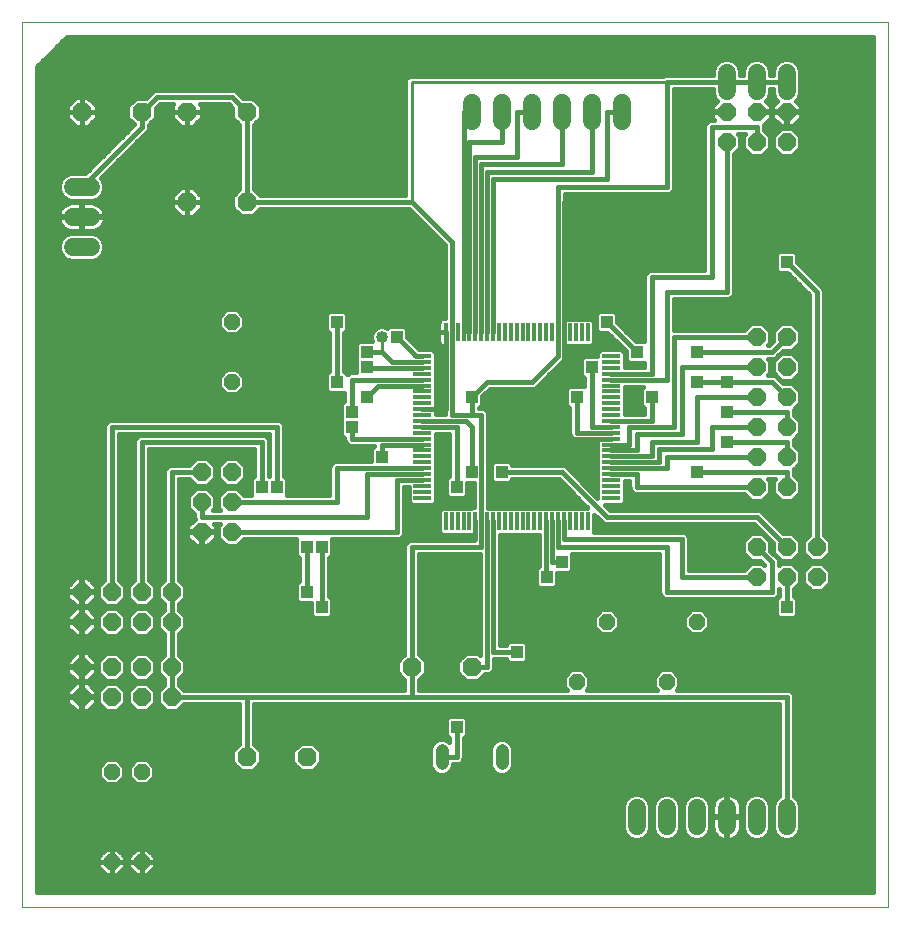
<source format=gtl>
G75*
G70*
%OFA0B0*%
%FSLAX24Y24*%
%IPPOS*%
%LPD*%
%AMOC8*
5,1,8,0,0,1.08239X$1,22.5*
%
%ADD10C,0.0000*%
%ADD11R,0.0591X0.0138*%
%ADD12R,0.0138X0.0591*%
%ADD13C,0.0440*%
%ADD14OC8,0.0630*%
%ADD15C,0.0600*%
%ADD16OC8,0.0520*%
%ADD17OC8,0.0600*%
%ADD18C,0.0160*%
%ADD19R,0.0396X0.0396*%
%ADD20C,0.0100*%
%ADD21C,0.0400*%
D10*
X000100Y000100D02*
X000100Y029596D01*
X028970Y029596D01*
X028970Y000100D01*
X000100Y000100D01*
D11*
X013450Y013738D03*
X013450Y013935D03*
X013450Y014131D03*
X013450Y014328D03*
X013450Y014525D03*
X013450Y014722D03*
X013450Y014919D03*
X013450Y015116D03*
X013450Y015313D03*
X013450Y015509D03*
X013450Y015706D03*
X013450Y015903D03*
X013450Y016100D03*
X013450Y016297D03*
X013450Y016494D03*
X013450Y016691D03*
X013450Y016887D03*
X013450Y017084D03*
X013450Y017281D03*
X013450Y017478D03*
X013450Y017675D03*
X013450Y017872D03*
X013450Y018069D03*
X013450Y018265D03*
X013450Y018462D03*
X019750Y018462D03*
X019750Y018265D03*
X019750Y018069D03*
X019750Y017872D03*
X019750Y017675D03*
X019750Y017478D03*
X019750Y017281D03*
X019750Y017084D03*
X019750Y016887D03*
X019750Y016691D03*
X019750Y016494D03*
X019750Y016297D03*
X019750Y016100D03*
X019750Y015903D03*
X019750Y015706D03*
X019750Y015509D03*
X019750Y015313D03*
X019750Y015116D03*
X019750Y014919D03*
X019750Y014722D03*
X019750Y014525D03*
X019750Y014328D03*
X019750Y014131D03*
X019750Y013935D03*
X019750Y013738D03*
D12*
X018962Y012950D03*
X018765Y012950D03*
X018569Y012950D03*
X018372Y012950D03*
X018175Y012950D03*
X017978Y012950D03*
X017781Y012950D03*
X017584Y012950D03*
X017387Y012950D03*
X017191Y012950D03*
X016994Y012950D03*
X016797Y012950D03*
X016600Y012950D03*
X016403Y012950D03*
X016206Y012950D03*
X016009Y012950D03*
X015813Y012950D03*
X015616Y012950D03*
X015419Y012950D03*
X015222Y012950D03*
X015025Y012950D03*
X014828Y012950D03*
X014631Y012950D03*
X014435Y012950D03*
X014238Y012950D03*
X014238Y019250D03*
X014435Y019250D03*
X014631Y019250D03*
X014828Y019250D03*
X015025Y019250D03*
X015222Y019250D03*
X015419Y019250D03*
X015616Y019250D03*
X015813Y019250D03*
X016009Y019250D03*
X016206Y019250D03*
X016403Y019250D03*
X016600Y019250D03*
X016797Y019250D03*
X016994Y019250D03*
X017191Y019250D03*
X017387Y019250D03*
X017584Y019250D03*
X017781Y019250D03*
X017978Y019250D03*
X018175Y019250D03*
X018372Y019250D03*
X018569Y019250D03*
X018765Y019250D03*
X018962Y019250D03*
D13*
X016100Y005320D02*
X016100Y004880D01*
X014100Y004880D02*
X014100Y005320D01*
D14*
X013100Y008100D03*
X015100Y008100D03*
X009600Y005100D03*
X007600Y005100D03*
X007600Y023600D03*
X005600Y023600D03*
X005600Y026600D03*
X004100Y026600D03*
X002100Y026600D03*
X007600Y026600D03*
D15*
X002400Y024100D02*
X001800Y024100D01*
X001800Y023100D02*
X002400Y023100D01*
X002400Y022100D02*
X001800Y022100D01*
X015100Y026300D02*
X015100Y026900D01*
X016100Y026900D02*
X016100Y026300D01*
X017100Y026300D02*
X017100Y026900D01*
X018100Y026900D02*
X018100Y026300D01*
X019100Y026300D02*
X019100Y026900D01*
X020100Y026900D02*
X020100Y026300D01*
X023600Y027300D02*
X023600Y027900D01*
X024600Y027900D02*
X024600Y027300D01*
X025600Y027300D02*
X025600Y027900D01*
X025600Y003400D02*
X025600Y002800D01*
X024600Y002800D02*
X024600Y003400D01*
X023600Y003400D02*
X023600Y002800D01*
X022600Y002800D02*
X022600Y003400D01*
X021600Y003400D02*
X021600Y002800D01*
X020600Y002800D02*
X020600Y003400D01*
D16*
X021600Y007600D03*
X022600Y009600D03*
X019600Y009600D03*
X018600Y007600D03*
X007100Y017600D03*
X007100Y019600D03*
X004100Y004600D03*
X003100Y004600D03*
X003100Y001600D03*
X004100Y001600D03*
D17*
X004100Y007100D03*
X005100Y007100D03*
X005100Y008100D03*
X004100Y008100D03*
X003100Y008100D03*
X002100Y008100D03*
X002100Y007100D03*
X003100Y007100D03*
X003100Y009600D03*
X003100Y010600D03*
X002100Y010600D03*
X002100Y009600D03*
X004100Y009600D03*
X004100Y010600D03*
X005100Y010600D03*
X005100Y009600D03*
X006100Y012600D03*
X006100Y013600D03*
X006100Y014600D03*
X007100Y014600D03*
X007100Y013600D03*
X007100Y012600D03*
X023600Y025600D03*
X023600Y026600D03*
X024600Y026600D03*
X024600Y025600D03*
X025600Y025600D03*
X025600Y026600D03*
X025600Y019100D03*
X025600Y018100D03*
X025600Y017100D03*
X025600Y016100D03*
X025600Y015100D03*
X025600Y014100D03*
X024600Y014100D03*
X024600Y015100D03*
X024600Y016100D03*
X024600Y017100D03*
X024600Y018100D03*
X024600Y019100D03*
X024600Y012100D03*
X024600Y011100D03*
X025600Y011100D03*
X025600Y012100D03*
X026600Y012100D03*
X026600Y011100D03*
D18*
X026330Y010720D02*
X025870Y010720D01*
X025840Y010689D02*
X026060Y010909D01*
X026060Y011291D01*
X025791Y011560D01*
X025409Y011560D01*
X025340Y011491D01*
X025340Y011648D01*
X025303Y011736D01*
X025060Y011979D01*
X025060Y012291D01*
X024791Y012560D01*
X024409Y012560D01*
X024140Y012291D01*
X024140Y011909D01*
X024409Y011640D01*
X024721Y011640D01*
X024860Y011501D01*
X024860Y011491D01*
X024791Y011560D01*
X024409Y011560D01*
X024189Y011340D01*
X022340Y011340D01*
X022340Y012398D01*
X022303Y012486D01*
X022236Y012553D01*
X022148Y012590D01*
X019191Y012590D01*
X019191Y013169D01*
X019464Y012897D01*
X019552Y012860D01*
X024501Y012860D01*
X025140Y012221D01*
X025140Y011909D01*
X025409Y011640D01*
X025791Y011640D01*
X026060Y011909D01*
X026060Y012291D01*
X025791Y012560D01*
X025479Y012560D01*
X024803Y013236D01*
X024736Y013303D01*
X024648Y013340D01*
X019699Y013340D01*
X019531Y013509D01*
X020111Y013509D01*
X020205Y013603D01*
X020205Y014285D01*
X020360Y014285D01*
X020360Y014052D01*
X020397Y013964D01*
X020464Y013897D01*
X020552Y013860D01*
X024189Y013860D01*
X024409Y013640D01*
X024791Y013640D01*
X025060Y013909D01*
X025060Y014291D01*
X024991Y014360D01*
X025209Y014360D01*
X025140Y014291D01*
X025140Y013909D01*
X025409Y013640D01*
X025791Y013640D01*
X026060Y013909D01*
X026060Y014291D01*
X025840Y014511D01*
X025840Y014648D01*
X025828Y014677D01*
X026060Y014909D01*
X026060Y015291D01*
X025840Y015511D01*
X025840Y015648D01*
X025828Y015677D01*
X026060Y015909D01*
X026060Y016291D01*
X025840Y016511D01*
X025840Y016648D01*
X025828Y016677D01*
X026060Y016909D01*
X026060Y017291D01*
X025791Y017560D01*
X025479Y017560D01*
X025303Y017736D01*
X025236Y017803D01*
X025148Y017840D01*
X024991Y017840D01*
X025060Y017909D01*
X025060Y018291D01*
X024991Y018360D01*
X025148Y018360D01*
X025236Y018397D01*
X025303Y018464D01*
X025479Y018640D01*
X025791Y018640D01*
X026060Y018909D01*
X026060Y019291D01*
X025791Y019560D01*
X025409Y019560D01*
X025140Y019291D01*
X025140Y018979D01*
X025001Y018840D01*
X024991Y018840D01*
X025060Y018909D01*
X025060Y019291D01*
X024791Y019560D01*
X024409Y019560D01*
X024189Y019340D01*
X021840Y019340D01*
X021840Y020360D01*
X023648Y020360D01*
X023736Y020397D01*
X023803Y020464D01*
X023840Y020552D01*
X023840Y025189D01*
X024060Y025409D01*
X024060Y025791D01*
X023991Y025860D01*
X024209Y025860D01*
X024140Y025791D01*
X024140Y025409D01*
X024409Y025140D01*
X024791Y025140D01*
X025060Y025409D01*
X025060Y025791D01*
X024840Y026011D01*
X024840Y026148D01*
X024836Y026157D01*
X025080Y026401D01*
X025080Y026580D01*
X024620Y026580D01*
X024620Y026620D01*
X025080Y026620D01*
X025080Y026799D01*
X024915Y026964D01*
X024990Y027039D01*
X025060Y027208D01*
X025060Y027360D01*
X025140Y027360D01*
X025140Y027208D01*
X025210Y027039D01*
X025285Y026964D01*
X025120Y026799D01*
X025120Y026620D01*
X025580Y026620D01*
X025580Y026580D01*
X025620Y026580D01*
X025620Y026620D01*
X026080Y026620D01*
X026080Y026799D01*
X025915Y026964D01*
X025990Y027039D01*
X026060Y027208D01*
X026060Y027991D01*
X025990Y028161D01*
X025861Y028290D01*
X025691Y028360D01*
X025508Y028360D01*
X025339Y028290D01*
X025210Y028161D01*
X025140Y027991D01*
X025140Y027840D01*
X025060Y027840D01*
X025060Y027991D01*
X024990Y028161D01*
X024861Y028290D01*
X024691Y028360D01*
X024508Y028360D01*
X024339Y028290D01*
X024210Y028161D01*
X024140Y027991D01*
X024140Y027840D01*
X024060Y027840D01*
X024060Y027991D01*
X023990Y028161D01*
X023861Y028290D01*
X023691Y028360D01*
X023508Y028360D01*
X023339Y028290D01*
X023210Y028161D01*
X023140Y027991D01*
X023140Y027840D01*
X021552Y027840D01*
X021480Y027810D01*
X013013Y027810D01*
X012890Y027687D01*
X012890Y023840D01*
X008032Y023840D01*
X007840Y024032D01*
X007840Y026168D01*
X008075Y026403D01*
X008075Y026797D01*
X007797Y027075D01*
X007464Y027075D01*
X007303Y027236D01*
X007236Y027303D01*
X007148Y027340D01*
X004552Y027340D01*
X004464Y027303D01*
X004397Y027236D01*
X004236Y027075D01*
X003903Y027075D01*
X003625Y026797D01*
X003625Y026403D01*
X003844Y026184D01*
X002221Y024560D01*
X001708Y024560D01*
X001539Y024490D01*
X001410Y024361D01*
X001340Y024191D01*
X001340Y024008D01*
X001410Y023839D01*
X001539Y023710D01*
X001708Y023640D01*
X002491Y023640D01*
X002661Y023710D01*
X002790Y023839D01*
X002860Y024008D01*
X002860Y024191D01*
X002790Y024361D01*
X002745Y024406D01*
X004236Y025897D01*
X004303Y025964D01*
X004340Y026052D01*
X004340Y026168D01*
X004575Y026403D01*
X004575Y026736D01*
X004699Y026860D01*
X005160Y026860D01*
X005105Y026805D01*
X005105Y026600D01*
X005600Y026600D01*
X006095Y026600D01*
X006095Y026805D01*
X006040Y026860D01*
X007001Y026860D01*
X007125Y026736D01*
X007125Y026403D01*
X007360Y026168D01*
X007360Y024032D01*
X007125Y023797D01*
X007125Y023403D01*
X007403Y023125D01*
X007797Y023125D01*
X008032Y023360D01*
X013001Y023360D01*
X014195Y022166D01*
X014195Y019725D01*
X014145Y019725D01*
X014099Y019713D01*
X014058Y019689D01*
X014025Y019655D01*
X014001Y019614D01*
X013989Y019569D01*
X013989Y019250D01*
X014195Y019250D01*
X014195Y019250D01*
X013989Y019250D01*
X013989Y018931D01*
X014001Y018885D01*
X014025Y018844D01*
X014058Y018810D01*
X014099Y018787D01*
X014145Y018774D01*
X014195Y018774D01*
X014195Y016537D01*
X013906Y016537D01*
X013906Y016539D01*
X013913Y016552D01*
X013926Y016598D01*
X013926Y016691D01*
X013926Y016783D01*
X013913Y016829D01*
X013906Y016842D01*
X013906Y018597D01*
X013812Y018691D01*
X013525Y018691D01*
X013498Y018702D01*
X013337Y018702D01*
X012958Y019081D01*
X012958Y019364D01*
X012864Y019458D01*
X012336Y019458D01*
X012289Y019411D01*
X012172Y019460D01*
X012028Y019460D01*
X011896Y019405D01*
X011795Y019304D01*
X011740Y019172D01*
X011740Y019028D01*
X011769Y018958D01*
X011336Y018958D01*
X011242Y018864D01*
X011242Y017915D01*
X011052Y017915D01*
X010964Y017878D01*
X010954Y017868D01*
X010864Y017958D01*
X010840Y017958D01*
X010840Y019242D01*
X010864Y019242D01*
X010958Y019336D01*
X010958Y019864D01*
X010864Y019958D01*
X010336Y019958D01*
X010242Y019864D01*
X010242Y019336D01*
X010336Y019242D01*
X010360Y019242D01*
X010360Y017958D01*
X010336Y017958D01*
X010242Y017864D01*
X010242Y017336D01*
X010336Y017242D01*
X010860Y017242D01*
X010860Y016958D01*
X010836Y016958D01*
X010742Y016864D01*
X010742Y015836D01*
X010836Y015742D01*
X010860Y015742D01*
X010860Y015659D01*
X010897Y015570D01*
X010964Y015503D01*
X011052Y015466D01*
X011860Y015466D01*
X011860Y015458D01*
X011836Y015458D01*
X011742Y015364D01*
X011742Y014962D01*
X010552Y014962D01*
X010464Y014926D01*
X010397Y014858D01*
X010360Y014770D01*
X010360Y013840D01*
X008958Y013840D01*
X008958Y014364D01*
X008864Y014458D01*
X008840Y014458D01*
X008840Y016148D01*
X008803Y016236D01*
X008736Y016303D01*
X008648Y016340D01*
X003052Y016340D01*
X002964Y016303D01*
X002897Y016236D01*
X002860Y016148D01*
X002860Y011011D01*
X002640Y010791D01*
X002640Y010409D01*
X002909Y010140D01*
X003291Y010140D01*
X003560Y010409D01*
X003560Y010791D01*
X003340Y011011D01*
X003340Y015860D01*
X008360Y015860D01*
X008360Y014458D01*
X008340Y014458D01*
X008340Y015648D01*
X008303Y015736D01*
X008236Y015803D01*
X008148Y015840D01*
X004052Y015840D01*
X003964Y015803D01*
X003897Y015736D01*
X003860Y015648D01*
X003860Y011011D01*
X003640Y010791D01*
X003640Y010409D01*
X003909Y010140D01*
X004291Y010140D01*
X004560Y010409D01*
X004560Y010791D01*
X004340Y011011D01*
X004340Y015360D01*
X007860Y015360D01*
X007860Y014458D01*
X007836Y014458D01*
X007742Y014364D01*
X007742Y013840D01*
X007511Y013840D01*
X007291Y014060D01*
X006909Y014060D01*
X006640Y013791D01*
X006640Y013409D01*
X006709Y013340D01*
X006491Y013340D01*
X006560Y013409D01*
X006560Y013791D01*
X006291Y014060D01*
X005909Y014060D01*
X005640Y013791D01*
X005640Y013409D01*
X005860Y013189D01*
X005860Y013052D01*
X005864Y013043D01*
X005620Y012799D01*
X005620Y012620D01*
X006080Y012620D01*
X006080Y012580D01*
X006120Y012580D01*
X006120Y012620D01*
X006580Y012620D01*
X006580Y012799D01*
X006519Y012860D01*
X006709Y012860D01*
X006640Y012791D01*
X006640Y012409D01*
X006909Y012140D01*
X007291Y012140D01*
X007511Y012360D01*
X009242Y012360D01*
X009242Y011836D01*
X009336Y011742D01*
X009360Y011742D01*
X009360Y010958D01*
X009336Y010958D01*
X009242Y010864D01*
X009242Y010336D01*
X009336Y010242D01*
X009742Y010242D01*
X009742Y009836D01*
X009836Y009742D01*
X010364Y009742D01*
X010458Y009836D01*
X010458Y010364D01*
X010364Y010458D01*
X010340Y010458D01*
X010340Y011742D01*
X010364Y011742D01*
X010458Y011836D01*
X010458Y012360D01*
X012648Y012360D01*
X012736Y012397D01*
X012803Y012464D01*
X012840Y012552D01*
X012840Y014088D01*
X012995Y014088D01*
X012995Y013603D01*
X013089Y013509D01*
X013812Y013509D01*
X013906Y013603D01*
X013906Y015860D01*
X014360Y015860D01*
X014360Y014458D01*
X014336Y014458D01*
X014242Y014364D01*
X014242Y013836D01*
X014336Y013742D01*
X014864Y013742D01*
X014958Y013836D01*
X014958Y014242D01*
X015179Y014242D01*
X015179Y013426D01*
X015129Y013426D01*
X015084Y013413D01*
X015070Y013406D01*
X014103Y013406D01*
X014009Y013312D01*
X014009Y012589D01*
X014103Y012495D01*
X015070Y012495D01*
X015084Y012487D01*
X015129Y012475D01*
X015179Y012475D01*
X015179Y012340D01*
X013052Y012340D01*
X012964Y012303D01*
X012897Y012236D01*
X012860Y012148D01*
X012860Y008532D01*
X012625Y008297D01*
X012625Y007903D01*
X012860Y007668D01*
X012860Y007340D01*
X005511Y007340D01*
X005340Y007511D01*
X005340Y007689D01*
X005560Y007909D01*
X005560Y008291D01*
X005340Y008511D01*
X005340Y009189D01*
X005560Y009409D01*
X005560Y009791D01*
X005340Y010011D01*
X005340Y010189D01*
X005560Y010409D01*
X005560Y010791D01*
X005340Y011011D01*
X005340Y014360D01*
X005689Y014360D01*
X005909Y014140D01*
X006291Y014140D01*
X006560Y014409D01*
X006560Y014791D01*
X006291Y015060D01*
X005909Y015060D01*
X005689Y014840D01*
X005052Y014840D01*
X004964Y014803D01*
X004897Y014736D01*
X004860Y014648D01*
X004860Y011011D01*
X004640Y010791D01*
X004640Y010409D01*
X004860Y010189D01*
X004860Y010011D01*
X004640Y009791D01*
X004640Y009409D01*
X004860Y009189D01*
X004860Y008511D01*
X004640Y008291D01*
X004640Y007909D01*
X004860Y007689D01*
X004860Y007511D01*
X004640Y007291D01*
X004640Y006909D01*
X004909Y006640D01*
X005291Y006640D01*
X005511Y006860D01*
X007360Y006860D01*
X007360Y005532D01*
X007125Y005297D01*
X007125Y004903D01*
X007403Y004625D01*
X007797Y004625D01*
X008075Y004903D01*
X008075Y005297D01*
X007840Y005532D01*
X007840Y006860D01*
X025360Y006860D01*
X025360Y003798D01*
X025339Y003790D01*
X025210Y003661D01*
X025140Y003491D01*
X025140Y002708D01*
X025210Y002539D01*
X025339Y002410D01*
X025508Y002340D01*
X025691Y002340D01*
X025861Y002410D01*
X025990Y002539D01*
X026060Y002708D01*
X026060Y003491D01*
X025990Y003661D01*
X025861Y003790D01*
X025840Y003798D01*
X025840Y007148D01*
X025803Y007236D01*
X025736Y007303D01*
X025648Y007340D01*
X021934Y007340D01*
X022020Y007426D01*
X022020Y007774D01*
X021774Y008020D01*
X021426Y008020D01*
X021180Y007774D01*
X021180Y007426D01*
X021266Y007340D01*
X018934Y007340D01*
X019020Y007426D01*
X019020Y007774D01*
X018774Y008020D01*
X018426Y008020D01*
X018180Y007774D01*
X018180Y007426D01*
X018266Y007340D01*
X013340Y007340D01*
X013340Y007668D01*
X013575Y007903D01*
X013575Y008297D01*
X013340Y008532D01*
X013340Y011860D01*
X015376Y011860D01*
X015376Y008496D01*
X015297Y008575D01*
X014903Y008575D01*
X014625Y008297D01*
X014625Y007903D01*
X014903Y007625D01*
X015297Y007625D01*
X015532Y007860D01*
X015663Y007860D01*
X015752Y007897D01*
X015819Y007964D01*
X015856Y008052D01*
X015856Y008360D01*
X016242Y008360D01*
X016242Y008336D01*
X016336Y008242D01*
X016864Y008242D01*
X016958Y008336D01*
X016958Y008864D01*
X016864Y008958D01*
X016336Y008958D01*
X016242Y008864D01*
X016242Y008840D01*
X016053Y008840D01*
X016053Y012495D01*
X017344Y012495D01*
X017344Y011458D01*
X017336Y011458D01*
X017242Y011364D01*
X017242Y010836D01*
X017336Y010742D01*
X017864Y010742D01*
X017958Y010836D01*
X017958Y011242D01*
X018364Y011242D01*
X018458Y011336D01*
X018458Y011860D01*
X021360Y011860D01*
X021360Y010552D01*
X021397Y010464D01*
X021464Y010397D01*
X021552Y010360D01*
X025148Y010360D01*
X025236Y010397D01*
X025303Y010464D01*
X025340Y010552D01*
X025340Y010709D01*
X025360Y010689D01*
X025360Y010458D01*
X025336Y010458D01*
X025242Y010364D01*
X025242Y009836D01*
X025336Y009742D01*
X025864Y009742D01*
X025958Y009836D01*
X025958Y010364D01*
X025864Y010458D01*
X025840Y010458D01*
X025840Y010689D01*
X025840Y010561D02*
X028490Y010561D01*
X028490Y010403D02*
X025920Y010403D01*
X025958Y010244D02*
X028490Y010244D01*
X028490Y010086D02*
X025958Y010086D01*
X025958Y009927D02*
X028490Y009927D01*
X028490Y009769D02*
X025891Y009769D01*
X025600Y010100D02*
X025600Y011100D01*
X026060Y011037D02*
X026140Y011037D01*
X026140Y010909D02*
X026409Y010640D01*
X026791Y010640D01*
X027060Y010909D01*
X027060Y011291D01*
X026791Y011560D01*
X026409Y011560D01*
X026140Y011291D01*
X026140Y010909D01*
X026171Y010878D02*
X026029Y010878D01*
X026060Y011195D02*
X026140Y011195D01*
X026203Y011354D02*
X025997Y011354D01*
X025839Y011512D02*
X026361Y011512D01*
X026409Y011640D02*
X026791Y011640D01*
X027060Y011909D01*
X027060Y012291D01*
X026840Y012511D01*
X026840Y020648D01*
X026803Y020736D01*
X025958Y021581D01*
X025958Y021864D01*
X025864Y021958D01*
X025336Y021958D01*
X025242Y021864D01*
X025242Y021336D01*
X025336Y021242D01*
X025619Y021242D01*
X026360Y020501D01*
X026360Y012511D01*
X026140Y012291D01*
X026140Y011909D01*
X026409Y011640D01*
X026379Y011671D02*
X025821Y011671D01*
X025980Y011829D02*
X026220Y011829D01*
X026140Y011988D02*
X026060Y011988D01*
X026060Y012146D02*
X026140Y012146D01*
X026154Y012305D02*
X026046Y012305D01*
X025888Y012463D02*
X026312Y012463D01*
X026360Y012622D02*
X025418Y012622D01*
X025259Y012780D02*
X026360Y012780D01*
X026360Y012939D02*
X025101Y012939D01*
X024942Y013097D02*
X026360Y013097D01*
X026360Y013256D02*
X024784Y013256D01*
X024600Y013100D02*
X019600Y013100D01*
X018100Y014600D01*
X016100Y014600D01*
X015742Y014524D02*
X015659Y014524D01*
X015659Y014682D02*
X015742Y014682D01*
X015742Y014841D02*
X015659Y014841D01*
X015742Y014864D02*
X015742Y014336D01*
X015836Y014242D01*
X016364Y014242D01*
X016458Y014336D01*
X016458Y014360D01*
X018001Y014360D01*
X018955Y013406D01*
X015659Y013406D01*
X015659Y016541D01*
X015622Y016630D01*
X015555Y016697D01*
X015467Y016734D01*
X015340Y016734D01*
X015340Y016742D01*
X015364Y016742D01*
X015458Y016836D01*
X015458Y017119D01*
X015699Y017360D01*
X017148Y017360D01*
X017236Y017397D01*
X017303Y017464D01*
X018181Y018342D01*
X018218Y018430D01*
X018218Y018774D01*
X018267Y018774D01*
X018313Y018787D01*
X018327Y018794D01*
X019097Y018794D01*
X019191Y018888D01*
X019191Y019611D01*
X019097Y019705D01*
X018327Y019705D01*
X018313Y019713D01*
X018267Y019725D01*
X018218Y019725D01*
X018218Y023860D01*
X021648Y023860D01*
X021736Y023897D01*
X021803Y023964D01*
X021840Y024052D01*
X021840Y027360D01*
X023140Y027360D01*
X023140Y027208D01*
X023210Y027039D01*
X023285Y026964D01*
X023120Y026799D01*
X023120Y026620D01*
X023580Y026620D01*
X023580Y026580D01*
X023120Y026580D01*
X023120Y026401D01*
X023181Y026340D01*
X023052Y026340D01*
X022964Y026303D01*
X022897Y026236D01*
X022860Y026148D01*
X022860Y021340D01*
X021052Y021340D01*
X020964Y021303D01*
X020897Y021236D01*
X020860Y021148D01*
X020860Y018958D01*
X020581Y018958D01*
X019958Y019581D01*
X019958Y019864D01*
X019864Y019958D01*
X019336Y019958D01*
X019242Y019864D01*
X019242Y019336D01*
X019336Y019242D01*
X019619Y019242D01*
X020242Y018619D01*
X020242Y018336D01*
X020336Y018242D01*
X020860Y018242D01*
X020860Y018112D01*
X020205Y018112D01*
X020205Y018130D01*
X020205Y018597D01*
X020111Y018691D01*
X019388Y018691D01*
X019294Y018597D01*
X019294Y018458D01*
X018836Y018458D01*
X018742Y018364D01*
X018742Y017836D01*
X018836Y017742D01*
X018860Y017742D01*
X018860Y017458D01*
X018336Y017458D01*
X018242Y017364D01*
X018242Y016836D01*
X018336Y016742D01*
X018360Y016742D01*
X018360Y015855D01*
X018397Y015767D01*
X018464Y015700D01*
X018552Y015663D01*
X019274Y015663D01*
X019274Y015614D01*
X019287Y015568D01*
X019294Y015555D01*
X019294Y013745D01*
X018303Y014736D01*
X018236Y014803D01*
X018148Y014840D01*
X016458Y014840D01*
X016458Y014864D01*
X016364Y014958D01*
X015836Y014958D01*
X015742Y014864D01*
X015659Y014999D02*
X019294Y014999D01*
X019294Y014841D02*
X016458Y014841D01*
X015742Y014365D02*
X015659Y014365D01*
X015659Y014207D02*
X018154Y014207D01*
X018313Y014048D02*
X015659Y014048D01*
X015659Y013890D02*
X018471Y013890D01*
X018630Y013731D02*
X015659Y013731D01*
X015659Y013573D02*
X018788Y013573D01*
X018947Y013414D02*
X015659Y013414D01*
X015179Y013573D02*
X013876Y013573D01*
X013906Y013731D02*
X015179Y013731D01*
X015179Y013890D02*
X014958Y013890D01*
X014958Y014048D02*
X015179Y014048D01*
X015179Y014207D02*
X014958Y014207D01*
X014600Y014100D02*
X014600Y016100D01*
X013450Y016100D01*
X013450Y016297D02*
X014903Y016297D01*
X015100Y016100D01*
X015100Y014600D01*
X014360Y014524D02*
X013906Y014524D01*
X013906Y014682D02*
X014360Y014682D01*
X014360Y014841D02*
X013906Y014841D01*
X013906Y014999D02*
X014360Y014999D01*
X014360Y015158D02*
X013906Y015158D01*
X013906Y015316D02*
X014360Y015316D01*
X014360Y015475D02*
X013906Y015475D01*
X013906Y015633D02*
X014360Y015633D01*
X014360Y015792D02*
X013906Y015792D01*
X013450Y015706D02*
X011100Y015706D01*
X011100Y016100D01*
X010786Y015792D02*
X008840Y015792D01*
X008840Y015950D02*
X010742Y015950D01*
X010742Y016109D02*
X008840Y016109D01*
X008772Y016267D02*
X010742Y016267D01*
X010742Y016426D02*
X000600Y016426D01*
X000600Y016584D02*
X010742Y016584D01*
X010742Y016743D02*
X000600Y016743D01*
X000600Y016901D02*
X010779Y016901D01*
X010860Y017060D02*
X000600Y017060D01*
X000600Y017218D02*
X006888Y017218D01*
X006926Y017180D02*
X007274Y017180D01*
X007520Y017426D01*
X007520Y017774D01*
X007274Y018020D01*
X006926Y018020D01*
X006680Y017774D01*
X006680Y017426D01*
X006926Y017180D01*
X006730Y017377D02*
X000600Y017377D01*
X000600Y017535D02*
X006680Y017535D01*
X006680Y017694D02*
X000600Y017694D01*
X000600Y017852D02*
X006758Y017852D01*
X006917Y018011D02*
X000600Y018011D01*
X000600Y018169D02*
X010360Y018169D01*
X010360Y018011D02*
X007283Y018011D01*
X007442Y017852D02*
X010242Y017852D01*
X010242Y017694D02*
X007520Y017694D01*
X007520Y017535D02*
X010242Y017535D01*
X010242Y017377D02*
X007470Y017377D01*
X007312Y017218D02*
X010860Y017218D01*
X010600Y017600D02*
X010600Y019600D01*
X010958Y019596D02*
X013996Y019596D01*
X013989Y019437D02*
X012885Y019437D01*
X012958Y019279D02*
X013989Y019279D01*
X013989Y019120D02*
X012958Y019120D01*
X013078Y018962D02*
X013989Y018962D01*
X014071Y018803D02*
X013236Y018803D01*
X013238Y018462D02*
X012600Y019100D01*
X012315Y019437D02*
X012227Y019437D01*
X011973Y019437D02*
X010958Y019437D01*
X010901Y019279D02*
X011784Y019279D01*
X011740Y019120D02*
X010840Y019120D01*
X010840Y018962D02*
X011768Y018962D01*
X011600Y018600D02*
X012100Y018600D01*
X012435Y018265D01*
X013450Y018265D01*
X013450Y018069D02*
X011631Y018069D01*
X011600Y018100D01*
X011242Y018169D02*
X010840Y018169D01*
X010840Y018011D02*
X011242Y018011D01*
X011242Y018328D02*
X010840Y018328D01*
X010840Y018486D02*
X011242Y018486D01*
X011242Y018645D02*
X010840Y018645D01*
X010840Y018803D02*
X011242Y018803D01*
X010360Y018803D02*
X000600Y018803D01*
X000600Y018645D02*
X010360Y018645D01*
X010360Y018486D02*
X000600Y018486D01*
X000600Y018328D02*
X010360Y018328D01*
X010360Y018962D02*
X000600Y018962D01*
X000600Y019120D02*
X010360Y019120D01*
X010299Y019279D02*
X007372Y019279D01*
X007274Y019180D02*
X007520Y019426D01*
X007520Y019774D01*
X007274Y020020D01*
X006926Y020020D01*
X006680Y019774D01*
X006680Y019426D01*
X006926Y019180D01*
X007274Y019180D01*
X007520Y019437D02*
X010242Y019437D01*
X010242Y019596D02*
X007520Y019596D01*
X007520Y019754D02*
X010242Y019754D01*
X010290Y019913D02*
X007381Y019913D01*
X006819Y019913D02*
X000600Y019913D01*
X000600Y020071D02*
X014195Y020071D01*
X014195Y019913D02*
X010910Y019913D01*
X010958Y019754D02*
X014195Y019754D01*
X014195Y020230D02*
X000600Y020230D01*
X000600Y020388D02*
X014195Y020388D01*
X014195Y020547D02*
X000600Y020547D01*
X000600Y020705D02*
X014195Y020705D01*
X014195Y020864D02*
X000600Y020864D01*
X000600Y021022D02*
X014195Y021022D01*
X014195Y021181D02*
X000600Y021181D01*
X000600Y021339D02*
X014195Y021339D01*
X014195Y021498D02*
X000600Y021498D01*
X000600Y021656D02*
X001670Y021656D01*
X001708Y021640D02*
X001539Y021710D01*
X001410Y021839D01*
X001340Y022008D01*
X001340Y022191D01*
X001410Y022361D01*
X001539Y022490D01*
X001708Y022560D01*
X002491Y022560D01*
X002661Y022490D01*
X002790Y022361D01*
X002860Y022191D01*
X002860Y022008D01*
X002790Y021839D01*
X002661Y021710D01*
X002491Y021640D01*
X001708Y021640D01*
X001435Y021815D02*
X000600Y021815D01*
X000600Y021973D02*
X001355Y021973D01*
X001340Y022132D02*
X000600Y022132D01*
X000600Y022290D02*
X001381Y022290D01*
X001498Y022449D02*
X000600Y022449D01*
X000600Y022607D02*
X013754Y022607D01*
X013912Y022449D02*
X002702Y022449D01*
X002819Y022290D02*
X014071Y022290D01*
X014195Y022132D02*
X002860Y022132D01*
X002845Y021973D02*
X014195Y021973D01*
X014195Y021815D02*
X002765Y021815D01*
X002530Y021656D02*
X014195Y021656D01*
X014435Y022265D02*
X013100Y023600D01*
X007600Y023600D01*
X007600Y026600D01*
X007100Y027100D01*
X004600Y027100D01*
X004100Y026600D01*
X004100Y026100D01*
X002100Y024100D01*
X002080Y023580D02*
X001762Y023580D01*
X001688Y023568D01*
X001616Y023545D01*
X001548Y023511D01*
X001487Y023466D01*
X001434Y023413D01*
X001389Y023352D01*
X001355Y023284D01*
X001332Y023212D01*
X001320Y023138D01*
X001320Y023120D01*
X002080Y023120D01*
X002080Y023580D01*
X002080Y023558D02*
X002120Y023558D01*
X002120Y023580D02*
X002120Y023120D01*
X002080Y023120D01*
X002080Y023080D01*
X002120Y023080D01*
X002120Y023120D01*
X002880Y023120D01*
X002880Y023138D01*
X002868Y023212D01*
X002845Y023284D01*
X002811Y023352D01*
X002766Y023413D01*
X002713Y023466D01*
X002652Y023511D01*
X002584Y023545D01*
X002512Y023568D01*
X002438Y023580D01*
X002120Y023580D01*
X002120Y023400D02*
X002080Y023400D01*
X002080Y023241D02*
X002120Y023241D01*
X002120Y023083D02*
X013278Y023083D01*
X013120Y023241D02*
X007913Y023241D01*
X007287Y023241D02*
X005941Y023241D01*
X005805Y023105D02*
X006095Y023395D01*
X006095Y023600D01*
X006095Y023805D01*
X005805Y024095D01*
X005600Y024095D01*
X005600Y023600D01*
X006095Y023600D01*
X005600Y023600D01*
X005600Y023600D01*
X005600Y023600D01*
X005600Y023105D01*
X005805Y023105D01*
X005600Y023105D02*
X005600Y023600D01*
X005600Y023600D01*
X005600Y023600D01*
X005105Y023600D01*
X005105Y023805D01*
X005395Y024095D01*
X005600Y024095D01*
X005600Y023600D01*
X005105Y023600D01*
X005105Y023395D01*
X005395Y023105D01*
X005600Y023105D01*
X005600Y023241D02*
X005600Y023241D01*
X005600Y023400D02*
X005600Y023400D01*
X005600Y023558D02*
X005600Y023558D01*
X005600Y023717D02*
X005600Y023717D01*
X005600Y023875D02*
X005600Y023875D01*
X005600Y024034D02*
X005600Y024034D01*
X005866Y024034D02*
X007360Y024034D01*
X007360Y024192D02*
X002860Y024192D01*
X002860Y024034D02*
X005334Y024034D01*
X005175Y023875D02*
X002805Y023875D01*
X002667Y023717D02*
X005105Y023717D01*
X005105Y023558D02*
X002544Y023558D01*
X002776Y023400D02*
X005105Y023400D01*
X005259Y023241D02*
X002859Y023241D01*
X002880Y023080D02*
X002120Y023080D01*
X002120Y022620D01*
X002438Y022620D01*
X002512Y022632D01*
X002584Y022655D01*
X002652Y022689D01*
X002713Y022734D01*
X002766Y022787D01*
X002811Y022848D01*
X002845Y022916D01*
X002868Y022988D01*
X002880Y023062D01*
X002880Y023080D01*
X002848Y022924D02*
X013437Y022924D01*
X013595Y022766D02*
X002744Y022766D01*
X002120Y022766D02*
X002080Y022766D01*
X002080Y022620D02*
X002080Y023080D01*
X001320Y023080D01*
X001320Y023062D01*
X001332Y022988D01*
X001355Y022916D01*
X001389Y022848D01*
X001434Y022787D01*
X001487Y022734D01*
X001548Y022689D01*
X001616Y022655D01*
X001688Y022632D01*
X001762Y022620D01*
X002080Y022620D01*
X002080Y022924D02*
X002120Y022924D01*
X002080Y023083D02*
X000600Y023083D01*
X000600Y023241D02*
X001341Y023241D01*
X001424Y023400D02*
X000600Y023400D01*
X000600Y023558D02*
X001656Y023558D01*
X001533Y023717D02*
X000600Y023717D01*
X000600Y023875D02*
X001395Y023875D01*
X001340Y024034D02*
X000600Y024034D01*
X000600Y024192D02*
X001340Y024192D01*
X001406Y024351D02*
X000600Y024351D01*
X000600Y024509D02*
X001585Y024509D01*
X002328Y024668D02*
X000600Y024668D01*
X000600Y024826D02*
X002487Y024826D01*
X002645Y024985D02*
X000600Y024985D01*
X000600Y025143D02*
X002804Y025143D01*
X002962Y025302D02*
X000600Y025302D01*
X000600Y025460D02*
X003121Y025460D01*
X003279Y025619D02*
X000600Y025619D01*
X000600Y025777D02*
X003438Y025777D01*
X003596Y025936D02*
X000600Y025936D01*
X000600Y026094D02*
X003755Y026094D01*
X003776Y026253D02*
X002453Y026253D01*
X002595Y026395D02*
X002595Y026600D01*
X002595Y026805D01*
X002305Y027095D01*
X002100Y027095D01*
X002100Y026600D01*
X002595Y026600D01*
X002100Y026600D01*
X002100Y026600D01*
X002100Y026600D01*
X002100Y026105D01*
X002305Y026105D01*
X002595Y026395D01*
X002595Y026411D02*
X003625Y026411D01*
X003625Y026570D02*
X002595Y026570D01*
X002595Y026728D02*
X003625Y026728D01*
X003715Y026887D02*
X002513Y026887D01*
X002355Y027045D02*
X003873Y027045D01*
X004364Y027204D02*
X000600Y027204D01*
X000600Y027362D02*
X012890Y027362D01*
X012890Y027204D02*
X007336Y027204D01*
X007303Y027236D02*
X007303Y027236D01*
X007125Y026728D02*
X006095Y026728D01*
X006095Y026600D02*
X005600Y026600D01*
X005600Y026600D01*
X005600Y026105D01*
X005805Y026105D01*
X006095Y026395D01*
X006095Y026600D01*
X006095Y026570D02*
X007125Y026570D01*
X007125Y026411D02*
X006095Y026411D01*
X005953Y026253D02*
X007276Y026253D01*
X007360Y026094D02*
X004340Y026094D01*
X004275Y025936D02*
X007360Y025936D01*
X007360Y025777D02*
X004116Y025777D01*
X003958Y025619D02*
X007360Y025619D01*
X007360Y025460D02*
X003799Y025460D01*
X003641Y025302D02*
X007360Y025302D01*
X007360Y025143D02*
X003482Y025143D01*
X003324Y024985D02*
X007360Y024985D01*
X007360Y024826D02*
X003165Y024826D01*
X003007Y024668D02*
X007360Y024668D01*
X007360Y024509D02*
X002848Y024509D01*
X002794Y024351D02*
X007360Y024351D01*
X007840Y024351D02*
X012890Y024351D01*
X012890Y024509D02*
X007840Y024509D01*
X007840Y024668D02*
X012890Y024668D01*
X012890Y024826D02*
X007840Y024826D01*
X007840Y024985D02*
X012890Y024985D01*
X012890Y025143D02*
X007840Y025143D01*
X007840Y025302D02*
X012890Y025302D01*
X012890Y025460D02*
X007840Y025460D01*
X007840Y025619D02*
X012890Y025619D01*
X012890Y025777D02*
X007840Y025777D01*
X007840Y025936D02*
X012890Y025936D01*
X012890Y026094D02*
X007840Y026094D01*
X007924Y026253D02*
X012890Y026253D01*
X012890Y026411D02*
X008075Y026411D01*
X008075Y026570D02*
X012890Y026570D01*
X012890Y026728D02*
X008075Y026728D01*
X007985Y026887D02*
X012890Y026887D01*
X012890Y027045D02*
X007827Y027045D01*
X005600Y026600D02*
X005600Y026600D01*
X005600Y026600D01*
X005600Y026105D01*
X005395Y026105D01*
X005105Y026395D01*
X005105Y026600D01*
X005600Y026600D01*
X005600Y026570D02*
X005600Y026570D01*
X005600Y026411D02*
X005600Y026411D01*
X005600Y026253D02*
X005600Y026253D01*
X005247Y026253D02*
X004424Y026253D01*
X004575Y026411D02*
X005105Y026411D01*
X005105Y026570D02*
X004575Y026570D01*
X004575Y026728D02*
X005105Y026728D01*
X007840Y024192D02*
X012890Y024192D01*
X012890Y024034D02*
X007840Y024034D01*
X007997Y023875D02*
X012890Y023875D01*
X014435Y022265D02*
X014435Y019250D01*
X014435Y016494D01*
X015419Y016494D01*
X015419Y012950D01*
X015419Y012100D01*
X013100Y012100D01*
X013100Y008100D01*
X013100Y007100D01*
X025600Y007100D01*
X025600Y003100D01*
X026060Y003112D02*
X028490Y003112D01*
X028490Y003270D02*
X026060Y003270D01*
X026060Y003429D02*
X028490Y003429D01*
X028490Y003587D02*
X026020Y003587D01*
X025905Y003746D02*
X028490Y003746D01*
X028490Y003904D02*
X025840Y003904D01*
X025840Y004063D02*
X028490Y004063D01*
X028490Y004221D02*
X025840Y004221D01*
X025840Y004380D02*
X028490Y004380D01*
X028490Y004538D02*
X025840Y004538D01*
X025840Y004697D02*
X028490Y004697D01*
X028490Y004855D02*
X025840Y004855D01*
X025840Y005014D02*
X028490Y005014D01*
X028490Y005172D02*
X025840Y005172D01*
X025840Y005331D02*
X028490Y005331D01*
X028490Y005489D02*
X025840Y005489D01*
X025840Y005648D02*
X028490Y005648D01*
X028490Y005806D02*
X025840Y005806D01*
X025840Y005965D02*
X028490Y005965D01*
X028490Y006123D02*
X025840Y006123D01*
X025840Y006282D02*
X028490Y006282D01*
X028490Y006440D02*
X025840Y006440D01*
X025840Y006599D02*
X028490Y006599D01*
X028490Y006757D02*
X025840Y006757D01*
X025840Y006916D02*
X028490Y006916D01*
X028490Y007074D02*
X025840Y007074D01*
X025805Y007233D02*
X028490Y007233D01*
X028490Y007391D02*
X021985Y007391D01*
X022020Y007550D02*
X028490Y007550D01*
X028490Y007708D02*
X022020Y007708D01*
X021927Y007867D02*
X028490Y007867D01*
X028490Y008025D02*
X015844Y008025D01*
X015856Y008184D02*
X028490Y008184D01*
X028490Y008342D02*
X016958Y008342D01*
X016958Y008501D02*
X028490Y008501D01*
X028490Y008659D02*
X016958Y008659D01*
X016958Y008818D02*
X028490Y008818D01*
X028490Y008976D02*
X016053Y008976D01*
X016053Y009135D02*
X028490Y009135D01*
X028490Y009293D02*
X022887Y009293D01*
X022774Y009180D02*
X022426Y009180D01*
X022180Y009426D01*
X022180Y009774D01*
X022426Y010020D01*
X022774Y010020D01*
X023020Y009774D01*
X023020Y009426D01*
X022774Y009180D01*
X023020Y009452D02*
X028490Y009452D01*
X028490Y009610D02*
X023020Y009610D01*
X023020Y009769D02*
X025309Y009769D01*
X025242Y009927D02*
X022867Y009927D01*
X022333Y009927D02*
X019867Y009927D01*
X019774Y010020D02*
X019426Y010020D01*
X019180Y009774D01*
X019180Y009426D01*
X019426Y009180D01*
X019774Y009180D01*
X020020Y009426D01*
X020020Y009774D01*
X019774Y010020D01*
X020020Y009769D02*
X022180Y009769D01*
X022180Y009610D02*
X020020Y009610D01*
X020020Y009452D02*
X022180Y009452D01*
X022313Y009293D02*
X019887Y009293D01*
X019313Y009293D02*
X016053Y009293D01*
X016053Y009452D02*
X019180Y009452D01*
X019180Y009610D02*
X016053Y009610D01*
X016053Y009769D02*
X019180Y009769D01*
X019333Y009927D02*
X016053Y009927D01*
X016053Y010086D02*
X025242Y010086D01*
X025242Y010244D02*
X016053Y010244D01*
X016053Y010403D02*
X021458Y010403D01*
X021360Y010561D02*
X016053Y010561D01*
X016053Y010720D02*
X021360Y010720D01*
X021360Y010878D02*
X017958Y010878D01*
X017958Y011037D02*
X021360Y011037D01*
X021360Y011195D02*
X017958Y011195D01*
X017600Y011100D02*
X017584Y011100D01*
X017584Y012950D01*
X017781Y012950D02*
X017781Y011600D01*
X018100Y011600D01*
X018458Y011671D02*
X021360Y011671D01*
X021360Y011829D02*
X018458Y011829D01*
X018458Y011512D02*
X021360Y011512D01*
X021360Y011354D02*
X018458Y011354D01*
X017978Y012100D02*
X021600Y012100D01*
X021600Y010600D01*
X025100Y010600D01*
X025100Y011600D01*
X024600Y012100D01*
X024140Y012146D02*
X022340Y012146D01*
X022340Y011988D02*
X024140Y011988D01*
X024220Y011829D02*
X022340Y011829D01*
X022340Y011671D02*
X024379Y011671D01*
X024361Y011512D02*
X022340Y011512D01*
X022340Y011354D02*
X024203Y011354D01*
X024600Y011100D02*
X022100Y011100D01*
X022100Y012350D01*
X018175Y012350D01*
X018175Y012950D01*
X017978Y012950D02*
X017978Y012100D01*
X017344Y012146D02*
X016053Y012146D01*
X016053Y011988D02*
X017344Y011988D01*
X017344Y011829D02*
X016053Y011829D01*
X016053Y011671D02*
X017344Y011671D01*
X017344Y011512D02*
X016053Y011512D01*
X016053Y011354D02*
X017242Y011354D01*
X017242Y011195D02*
X016053Y011195D01*
X016053Y011037D02*
X017242Y011037D01*
X017242Y010878D02*
X016053Y010878D01*
X015376Y010878D02*
X013340Y010878D01*
X013340Y010720D02*
X015376Y010720D01*
X015376Y010561D02*
X013340Y010561D01*
X013340Y010403D02*
X015376Y010403D01*
X015376Y010244D02*
X013340Y010244D01*
X013340Y010086D02*
X015376Y010086D01*
X015376Y009927D02*
X013340Y009927D01*
X013340Y009769D02*
X015376Y009769D01*
X015376Y009610D02*
X013340Y009610D01*
X013340Y009452D02*
X015376Y009452D01*
X015376Y009293D02*
X013340Y009293D01*
X013340Y009135D02*
X015376Y009135D01*
X015376Y008976D02*
X013340Y008976D01*
X013340Y008818D02*
X015376Y008818D01*
X015376Y008659D02*
X013340Y008659D01*
X013371Y008501D02*
X014829Y008501D01*
X014670Y008342D02*
X013530Y008342D01*
X013575Y008184D02*
X014625Y008184D01*
X014625Y008025D02*
X013575Y008025D01*
X013538Y007867D02*
X014662Y007867D01*
X014820Y007708D02*
X013380Y007708D01*
X013340Y007550D02*
X018180Y007550D01*
X018180Y007708D02*
X015380Y007708D01*
X015679Y007867D02*
X018273Y007867D01*
X018215Y007391D02*
X013340Y007391D01*
X013100Y007100D02*
X007600Y007100D01*
X007600Y005100D01*
X008075Y005172D02*
X009125Y005172D01*
X009125Y005297D02*
X009125Y004903D01*
X009403Y004625D01*
X009797Y004625D01*
X010075Y004903D01*
X010075Y005297D01*
X009797Y005575D01*
X009403Y005575D01*
X009125Y005297D01*
X009159Y005331D02*
X008041Y005331D01*
X007883Y005489D02*
X009317Y005489D01*
X009883Y005489D02*
X013759Y005489D01*
X013778Y005535D02*
X013720Y005396D01*
X013720Y004804D01*
X013778Y004665D01*
X013885Y004558D01*
X014024Y004500D01*
X014176Y004500D01*
X014315Y004558D01*
X014422Y004665D01*
X014480Y004804D01*
X014480Y004860D01*
X014648Y004860D01*
X014736Y004897D01*
X014803Y004964D01*
X014840Y005052D01*
X014840Y005742D01*
X014864Y005742D01*
X014958Y005836D01*
X014958Y006364D01*
X014864Y006458D01*
X014336Y006458D01*
X014242Y006364D01*
X014242Y005836D01*
X014336Y005742D01*
X014360Y005742D01*
X014360Y005597D01*
X014315Y005642D01*
X014176Y005700D01*
X014024Y005700D01*
X013885Y005642D01*
X013778Y005535D01*
X013898Y005648D02*
X007840Y005648D01*
X007840Y005806D02*
X014271Y005806D01*
X014242Y005965D02*
X007840Y005965D01*
X007840Y006123D02*
X014242Y006123D01*
X014242Y006282D02*
X007840Y006282D01*
X007840Y006440D02*
X014318Y006440D01*
X014600Y006100D02*
X014600Y005100D01*
X014100Y005100D01*
X013720Y005172D02*
X010075Y005172D01*
X010075Y005014D02*
X013720Y005014D01*
X013720Y004855D02*
X010027Y004855D01*
X009868Y004697D02*
X013765Y004697D01*
X013933Y004538D02*
X004520Y004538D01*
X004520Y004426D02*
X004274Y004180D01*
X003926Y004180D01*
X003680Y004426D01*
X003680Y004774D01*
X003926Y005020D01*
X004274Y005020D01*
X004520Y004774D01*
X004520Y004426D01*
X004473Y004380D02*
X025360Y004380D01*
X025360Y004538D02*
X016267Y004538D01*
X016315Y004558D02*
X016176Y004500D01*
X016024Y004500D01*
X015885Y004558D01*
X015778Y004665D01*
X015720Y004804D01*
X015720Y005396D01*
X015778Y005535D01*
X015885Y005642D01*
X016024Y005700D01*
X016176Y005700D01*
X016315Y005642D01*
X016422Y005535D01*
X016480Y005396D01*
X016480Y004804D01*
X016422Y004665D01*
X016315Y004558D01*
X016435Y004697D02*
X025360Y004697D01*
X025360Y004855D02*
X016480Y004855D01*
X016480Y005014D02*
X025360Y005014D01*
X025360Y005172D02*
X016480Y005172D01*
X016480Y005331D02*
X025360Y005331D01*
X025360Y005489D02*
X016441Y005489D01*
X016302Y005648D02*
X025360Y005648D01*
X025360Y005806D02*
X014929Y005806D01*
X014958Y005965D02*
X025360Y005965D01*
X025360Y006123D02*
X014958Y006123D01*
X014958Y006282D02*
X025360Y006282D01*
X025360Y006440D02*
X014882Y006440D01*
X014840Y005648D02*
X015898Y005648D01*
X015759Y005489D02*
X014840Y005489D01*
X014840Y005331D02*
X015720Y005331D01*
X015720Y005172D02*
X014840Y005172D01*
X014824Y005014D02*
X015720Y005014D01*
X015720Y004855D02*
X014480Y004855D01*
X014435Y004697D02*
X015765Y004697D01*
X015933Y004538D02*
X014267Y004538D01*
X013720Y005331D02*
X010041Y005331D01*
X009332Y004697D02*
X007868Y004697D01*
X008027Y004855D02*
X009173Y004855D01*
X009125Y005014D02*
X008075Y005014D01*
X007332Y004697D02*
X004520Y004697D01*
X004439Y004855D02*
X007173Y004855D01*
X007125Y005014D02*
X004280Y005014D01*
X003920Y005014D02*
X003280Y005014D01*
X003274Y005020D02*
X002926Y005020D01*
X002680Y004774D01*
X002680Y004426D01*
X002926Y004180D01*
X003274Y004180D01*
X003520Y004426D01*
X003520Y004774D01*
X003274Y005020D01*
X003439Y004855D02*
X003761Y004855D01*
X003680Y004697D02*
X003520Y004697D01*
X003520Y004538D02*
X003680Y004538D01*
X003727Y004380D02*
X003473Y004380D01*
X003315Y004221D02*
X003885Y004221D01*
X004315Y004221D02*
X025360Y004221D01*
X025360Y004063D02*
X000600Y004063D01*
X000600Y004221D02*
X002885Y004221D01*
X002727Y004380D02*
X000600Y004380D01*
X000600Y004538D02*
X002680Y004538D01*
X002680Y004697D02*
X000600Y004697D01*
X000600Y004855D02*
X002761Y004855D01*
X002920Y005014D02*
X000600Y005014D01*
X000600Y005172D02*
X007125Y005172D01*
X007159Y005331D02*
X000600Y005331D01*
X000600Y005489D02*
X007317Y005489D01*
X007360Y005648D02*
X000600Y005648D01*
X000600Y005806D02*
X007360Y005806D01*
X007360Y005965D02*
X000600Y005965D01*
X000600Y006123D02*
X007360Y006123D01*
X007360Y006282D02*
X000600Y006282D01*
X000600Y006440D02*
X007360Y006440D01*
X007360Y006599D02*
X000600Y006599D01*
X000600Y006757D02*
X001764Y006757D01*
X001901Y006620D02*
X002080Y006620D01*
X002080Y007080D01*
X002120Y007080D01*
X002120Y007120D01*
X002580Y007120D01*
X002580Y007299D01*
X002299Y007580D01*
X002120Y007580D01*
X002120Y007120D01*
X002080Y007120D01*
X002080Y007580D01*
X001901Y007580D01*
X001620Y007299D01*
X001620Y007120D01*
X002080Y007120D01*
X002080Y007080D01*
X001620Y007080D01*
X001620Y006901D01*
X001901Y006620D01*
X002120Y006620D02*
X002120Y007080D01*
X002580Y007080D01*
X002580Y006901D01*
X002299Y006620D01*
X002120Y006620D01*
X002120Y006757D02*
X002080Y006757D01*
X002080Y006916D02*
X002120Y006916D01*
X002120Y007074D02*
X002080Y007074D01*
X002080Y007233D02*
X002120Y007233D01*
X002120Y007391D02*
X002080Y007391D01*
X002080Y007550D02*
X002120Y007550D01*
X002120Y007620D02*
X002299Y007620D01*
X002580Y007901D01*
X002580Y008080D01*
X002120Y008080D01*
X002120Y008120D01*
X002580Y008120D01*
X002580Y008299D01*
X002299Y008580D01*
X002120Y008580D01*
X002120Y008120D01*
X002080Y008120D01*
X002080Y008580D01*
X001901Y008580D01*
X001620Y008299D01*
X001620Y008120D01*
X002080Y008120D01*
X002080Y008080D01*
X002120Y008080D01*
X002120Y007620D01*
X002080Y007620D02*
X002080Y008080D01*
X001620Y008080D01*
X001620Y007901D01*
X001901Y007620D01*
X002080Y007620D01*
X002080Y007708D02*
X002120Y007708D01*
X002120Y007867D02*
X002080Y007867D01*
X002080Y008025D02*
X002120Y008025D01*
X002120Y008184D02*
X002080Y008184D01*
X002080Y008342D02*
X002120Y008342D01*
X002120Y008501D02*
X002080Y008501D01*
X001822Y008501D02*
X000600Y008501D01*
X000600Y008659D02*
X004860Y008659D01*
X004860Y008818D02*
X000600Y008818D01*
X000600Y008976D02*
X004860Y008976D01*
X004860Y009135D02*
X002313Y009135D01*
X002299Y009120D02*
X002580Y009401D01*
X002580Y009580D01*
X002120Y009580D01*
X002120Y009620D01*
X002580Y009620D01*
X002580Y009799D01*
X002299Y010080D01*
X002120Y010080D01*
X002120Y009620D01*
X002080Y009620D01*
X002080Y010080D01*
X001901Y010080D01*
X001620Y009799D01*
X001620Y009620D01*
X002080Y009620D01*
X002080Y009580D01*
X002120Y009580D01*
X002120Y009120D01*
X002299Y009120D01*
X002120Y009135D02*
X002080Y009135D01*
X002080Y009120D02*
X002080Y009580D01*
X001620Y009580D01*
X001620Y009401D01*
X001901Y009120D01*
X002080Y009120D01*
X002080Y009293D02*
X002120Y009293D01*
X002120Y009452D02*
X002080Y009452D01*
X002080Y009610D02*
X000600Y009610D01*
X000600Y009452D02*
X001620Y009452D01*
X001728Y009293D02*
X000600Y009293D01*
X000600Y009135D02*
X001887Y009135D01*
X002120Y009610D02*
X002640Y009610D01*
X002640Y009452D02*
X002580Y009452D01*
X002640Y009409D02*
X002640Y009791D01*
X002909Y010060D01*
X003291Y010060D01*
X003560Y009791D01*
X003560Y009409D01*
X003291Y009140D01*
X002909Y009140D01*
X002640Y009409D01*
X002756Y009293D02*
X002472Y009293D01*
X002580Y009769D02*
X002640Y009769D01*
X002776Y009927D02*
X002452Y009927D01*
X002299Y010120D02*
X002580Y010401D01*
X002580Y010580D01*
X002120Y010580D01*
X002120Y010620D01*
X002580Y010620D01*
X002580Y010799D01*
X002299Y011080D01*
X002120Y011080D01*
X002120Y010620D01*
X002080Y010620D01*
X002080Y011080D01*
X001901Y011080D01*
X001620Y010799D01*
X001620Y010620D01*
X002080Y010620D01*
X002080Y010580D01*
X002120Y010580D01*
X002120Y010120D01*
X002299Y010120D01*
X002423Y010244D02*
X002805Y010244D01*
X002647Y010403D02*
X002580Y010403D01*
X002580Y010561D02*
X002640Y010561D01*
X002640Y010720D02*
X002580Y010720D01*
X002501Y010878D02*
X002727Y010878D01*
X002860Y011037D02*
X002342Y011037D01*
X002120Y011037D02*
X002080Y011037D01*
X002080Y010878D02*
X002120Y010878D01*
X002120Y010720D02*
X002080Y010720D01*
X002080Y010580D02*
X001620Y010580D01*
X001620Y010401D01*
X001901Y010120D01*
X002080Y010120D01*
X002080Y010580D01*
X002080Y010561D02*
X002120Y010561D01*
X002120Y010403D02*
X002080Y010403D01*
X002080Y010244D02*
X002120Y010244D01*
X002120Y009927D02*
X002080Y009927D01*
X002080Y009769D02*
X002120Y009769D01*
X001748Y009927D02*
X000600Y009927D01*
X000600Y009769D02*
X001620Y009769D01*
X001777Y010244D02*
X000600Y010244D01*
X000600Y010086D02*
X004860Y010086D01*
X004805Y010244D02*
X004395Y010244D01*
X004291Y010060D02*
X003909Y010060D01*
X003640Y009791D01*
X003640Y009409D01*
X003909Y009140D01*
X004291Y009140D01*
X004560Y009409D01*
X004560Y009791D01*
X004291Y010060D01*
X004424Y009927D02*
X004776Y009927D01*
X004640Y009769D02*
X004560Y009769D01*
X004560Y009610D02*
X004640Y009610D01*
X004640Y009452D02*
X004560Y009452D01*
X004444Y009293D02*
X004756Y009293D01*
X005100Y009600D02*
X005100Y008100D01*
X005100Y007100D01*
X007600Y007100D01*
X007840Y006757D02*
X025360Y006757D01*
X025360Y006599D02*
X007840Y006599D01*
X007360Y006757D02*
X005408Y006757D01*
X004792Y006757D02*
X004408Y006757D01*
X004291Y006640D02*
X004560Y006909D01*
X004560Y007291D01*
X004291Y007560D01*
X003909Y007560D01*
X003640Y007291D01*
X003640Y006909D01*
X003909Y006640D01*
X004291Y006640D01*
X004560Y006916D02*
X004640Y006916D01*
X004640Y007074D02*
X004560Y007074D01*
X004560Y007233D02*
X004640Y007233D01*
X004740Y007391D02*
X004460Y007391D01*
X004301Y007550D02*
X004860Y007550D01*
X004841Y007708D02*
X004359Y007708D01*
X004291Y007640D02*
X004560Y007909D01*
X004560Y008291D01*
X004291Y008560D01*
X003909Y008560D01*
X003640Y008291D01*
X003640Y007909D01*
X003909Y007640D01*
X004291Y007640D01*
X004517Y007867D02*
X004683Y007867D01*
X004640Y008025D02*
X004560Y008025D01*
X004560Y008184D02*
X004640Y008184D01*
X004691Y008342D02*
X004509Y008342D01*
X004350Y008501D02*
X004850Y008501D01*
X005350Y008501D02*
X012829Y008501D01*
X012860Y008659D02*
X005340Y008659D01*
X005340Y008818D02*
X012860Y008818D01*
X012860Y008976D02*
X005340Y008976D01*
X005340Y009135D02*
X012860Y009135D01*
X012860Y009293D02*
X005444Y009293D01*
X005560Y009452D02*
X012860Y009452D01*
X012860Y009610D02*
X005560Y009610D01*
X005560Y009769D02*
X009809Y009769D01*
X009742Y009927D02*
X005424Y009927D01*
X005340Y010086D02*
X009742Y010086D01*
X010100Y010100D02*
X010100Y012100D01*
X010458Y012146D02*
X012860Y012146D01*
X012860Y011988D02*
X010458Y011988D01*
X010452Y011829D02*
X012860Y011829D01*
X012860Y011671D02*
X010340Y011671D01*
X010340Y011512D02*
X012860Y011512D01*
X012860Y011354D02*
X010340Y011354D01*
X010340Y011195D02*
X012860Y011195D01*
X012860Y011037D02*
X010340Y011037D01*
X010340Y010878D02*
X012860Y010878D01*
X012860Y010720D02*
X010340Y010720D01*
X010340Y010561D02*
X012860Y010561D01*
X012860Y010403D02*
X010420Y010403D01*
X010458Y010244D02*
X012860Y010244D01*
X012860Y010086D02*
X010458Y010086D01*
X010458Y009927D02*
X012860Y009927D01*
X012860Y009769D02*
X010391Y009769D01*
X009600Y010600D02*
X009600Y012100D01*
X009360Y011671D02*
X005340Y011671D01*
X005340Y011829D02*
X009248Y011829D01*
X009242Y011988D02*
X005340Y011988D01*
X005340Y012146D02*
X005875Y012146D01*
X005901Y012120D02*
X006080Y012120D01*
X006080Y012580D01*
X005620Y012580D01*
X005620Y012401D01*
X005901Y012120D01*
X006080Y012146D02*
X006120Y012146D01*
X006120Y012120D02*
X006299Y012120D01*
X006580Y012401D01*
X006580Y012580D01*
X006120Y012580D01*
X006120Y012120D01*
X006120Y012305D02*
X006080Y012305D01*
X006080Y012463D02*
X006120Y012463D01*
X006325Y012146D02*
X006903Y012146D01*
X006745Y012305D02*
X006483Y012305D01*
X006580Y012463D02*
X006640Y012463D01*
X006640Y012622D02*
X006580Y012622D01*
X006580Y012780D02*
X006640Y012780D01*
X007100Y012600D02*
X012600Y012600D01*
X012600Y014328D01*
X013450Y014328D01*
X013450Y014525D02*
X011600Y014525D01*
X011600Y013100D01*
X006100Y013100D01*
X006100Y013600D01*
X005794Y013256D02*
X005340Y013256D01*
X005340Y013414D02*
X005640Y013414D01*
X005640Y013573D02*
X005340Y013573D01*
X005340Y013731D02*
X005640Y013731D01*
X005739Y013890D02*
X005340Y013890D01*
X005340Y014048D02*
X005897Y014048D01*
X005843Y014207D02*
X005340Y014207D01*
X005100Y014600D02*
X005100Y010600D01*
X005100Y009600D01*
X005395Y010244D02*
X009333Y010244D01*
X009242Y010403D02*
X005553Y010403D01*
X005560Y010561D02*
X009242Y010561D01*
X009242Y010720D02*
X005560Y010720D01*
X005473Y010878D02*
X009256Y010878D01*
X009360Y011037D02*
X005340Y011037D01*
X005340Y011195D02*
X009360Y011195D01*
X009360Y011354D02*
X005340Y011354D01*
X005340Y011512D02*
X009360Y011512D01*
X009242Y012146D02*
X007297Y012146D01*
X007455Y012305D02*
X009242Y012305D01*
X010458Y012305D02*
X012967Y012305D01*
X012802Y012463D02*
X015179Y012463D01*
X015222Y012350D02*
X011100Y012350D01*
X011100Y008100D01*
X006100Y008100D01*
X005560Y008025D02*
X012625Y008025D01*
X012625Y008184D02*
X005560Y008184D01*
X005509Y008342D02*
X012670Y008342D01*
X012662Y007867D02*
X005517Y007867D01*
X005359Y007708D02*
X012820Y007708D01*
X012860Y007550D02*
X005340Y007550D01*
X005460Y007391D02*
X012860Y007391D01*
X014302Y005648D02*
X014360Y005648D01*
X015100Y008100D02*
X015616Y008100D01*
X015616Y012950D01*
X015813Y012950D02*
X015813Y008600D01*
X016600Y008600D01*
X016242Y008342D02*
X015856Y008342D01*
X015376Y008501D02*
X015371Y008501D01*
X015376Y011037D02*
X013340Y011037D01*
X013340Y011195D02*
X015376Y011195D01*
X015376Y011354D02*
X013340Y011354D01*
X013340Y011512D02*
X015376Y011512D01*
X015376Y011671D02*
X013340Y011671D01*
X013340Y011829D02*
X015376Y011829D01*
X015222Y012350D02*
X015222Y012950D01*
X015086Y013414D02*
X012840Y013414D01*
X012840Y013256D02*
X014009Y013256D01*
X014009Y013097D02*
X012840Y013097D01*
X012840Y012939D02*
X014009Y012939D01*
X014009Y012780D02*
X012840Y012780D01*
X012840Y012622D02*
X014009Y012622D01*
X013906Y013890D02*
X014242Y013890D01*
X014242Y014048D02*
X013906Y014048D01*
X013906Y014207D02*
X014242Y014207D01*
X014243Y014365D02*
X013906Y014365D01*
X013450Y014722D02*
X010600Y014722D01*
X010600Y013600D01*
X007100Y013600D01*
X006739Y013890D02*
X006461Y013890D01*
X006560Y013731D02*
X006640Y013731D01*
X006640Y013573D02*
X006560Y013573D01*
X006560Y013414D02*
X006640Y013414D01*
X006897Y014048D02*
X006303Y014048D01*
X006357Y014207D02*
X006843Y014207D01*
X006909Y014140D02*
X007291Y014140D01*
X007560Y014409D01*
X007560Y014791D01*
X007291Y015060D01*
X006909Y015060D01*
X006640Y014791D01*
X006640Y014409D01*
X006909Y014140D01*
X006684Y014365D02*
X006516Y014365D01*
X006560Y014524D02*
X006640Y014524D01*
X006640Y014682D02*
X006560Y014682D01*
X006510Y014841D02*
X006690Y014841D01*
X006848Y014999D02*
X006352Y014999D01*
X006100Y014600D02*
X005100Y014600D01*
X004874Y014682D02*
X004340Y014682D01*
X004340Y014524D02*
X004860Y014524D01*
X004860Y014365D02*
X004340Y014365D01*
X004340Y014207D02*
X004860Y014207D01*
X004860Y014048D02*
X004340Y014048D01*
X004340Y013890D02*
X004860Y013890D01*
X004860Y013731D02*
X004340Y013731D01*
X004340Y013573D02*
X004860Y013573D01*
X004860Y013414D02*
X004340Y013414D01*
X004340Y013256D02*
X004860Y013256D01*
X004860Y013097D02*
X004340Y013097D01*
X004340Y012939D02*
X004860Y012939D01*
X004860Y012780D02*
X004340Y012780D01*
X004340Y012622D02*
X004860Y012622D01*
X004860Y012463D02*
X004340Y012463D01*
X004340Y012305D02*
X004860Y012305D01*
X004860Y012146D02*
X004340Y012146D01*
X004340Y011988D02*
X004860Y011988D01*
X004860Y011829D02*
X004340Y011829D01*
X004340Y011671D02*
X004860Y011671D01*
X004860Y011512D02*
X004340Y011512D01*
X004340Y011354D02*
X004860Y011354D01*
X004860Y011195D02*
X004340Y011195D01*
X004340Y011037D02*
X004860Y011037D01*
X004727Y010878D02*
X004473Y010878D01*
X004560Y010720D02*
X004640Y010720D01*
X004640Y010561D02*
X004560Y010561D01*
X004553Y010403D02*
X004647Y010403D01*
X004100Y010600D02*
X004100Y015600D01*
X008100Y015600D01*
X008100Y014100D01*
X007742Y014048D02*
X007303Y014048D01*
X007357Y014207D02*
X007742Y014207D01*
X007743Y014365D02*
X007516Y014365D01*
X007560Y014524D02*
X007860Y014524D01*
X007860Y014682D02*
X007560Y014682D01*
X007510Y014841D02*
X007860Y014841D01*
X007860Y014999D02*
X007352Y014999D01*
X007860Y015158D02*
X004340Y015158D01*
X004340Y015316D02*
X007860Y015316D01*
X008340Y015316D02*
X008360Y015316D01*
X008360Y015158D02*
X008340Y015158D01*
X008340Y014999D02*
X008360Y014999D01*
X008360Y014841D02*
X008340Y014841D01*
X008340Y014682D02*
X008360Y014682D01*
X008360Y014524D02*
X008340Y014524D01*
X008600Y014100D02*
X008600Y016100D01*
X003100Y016100D01*
X003100Y010600D01*
X003395Y010244D02*
X003805Y010244D01*
X003647Y010403D02*
X003553Y010403D01*
X003560Y010561D02*
X003640Y010561D01*
X003640Y010720D02*
X003560Y010720D01*
X003473Y010878D02*
X003727Y010878D01*
X003860Y011037D02*
X003340Y011037D01*
X003340Y011195D02*
X003860Y011195D01*
X003860Y011354D02*
X003340Y011354D01*
X003340Y011512D02*
X003860Y011512D01*
X003860Y011671D02*
X003340Y011671D01*
X003340Y011829D02*
X003860Y011829D01*
X003860Y011988D02*
X003340Y011988D01*
X003340Y012146D02*
X003860Y012146D01*
X003860Y012305D02*
X003340Y012305D01*
X003340Y012463D02*
X003860Y012463D01*
X003860Y012622D02*
X003340Y012622D01*
X003340Y012780D02*
X003860Y012780D01*
X003860Y012939D02*
X003340Y012939D01*
X003340Y013097D02*
X003860Y013097D01*
X003860Y013256D02*
X003340Y013256D01*
X003340Y013414D02*
X003860Y013414D01*
X003860Y013573D02*
X003340Y013573D01*
X003340Y013731D02*
X003860Y013731D01*
X003860Y013890D02*
X003340Y013890D01*
X003340Y014048D02*
X003860Y014048D01*
X003860Y014207D02*
X003340Y014207D01*
X003340Y014365D02*
X003860Y014365D01*
X003860Y014524D02*
X003340Y014524D01*
X003340Y014682D02*
X003860Y014682D01*
X003860Y014841D02*
X003340Y014841D01*
X003340Y014999D02*
X003860Y014999D01*
X003860Y015158D02*
X003340Y015158D01*
X003340Y015316D02*
X003860Y015316D01*
X003860Y015475D02*
X003340Y015475D01*
X003340Y015633D02*
X003860Y015633D01*
X003952Y015792D02*
X003340Y015792D01*
X002928Y016267D02*
X000600Y016267D01*
X000600Y016109D02*
X002860Y016109D01*
X002860Y015950D02*
X000600Y015950D01*
X000600Y015792D02*
X002860Y015792D01*
X002860Y015633D02*
X000600Y015633D01*
X000600Y015475D02*
X002860Y015475D01*
X002860Y015316D02*
X000600Y015316D01*
X000600Y015158D02*
X002860Y015158D01*
X002860Y014999D02*
X000600Y014999D01*
X000600Y014841D02*
X002860Y014841D01*
X002860Y014682D02*
X000600Y014682D01*
X000600Y014524D02*
X002860Y014524D01*
X002860Y014365D02*
X000600Y014365D01*
X000600Y014207D02*
X002860Y014207D01*
X002860Y014048D02*
X000600Y014048D01*
X000600Y013890D02*
X002860Y013890D01*
X002860Y013731D02*
X000600Y013731D01*
X000600Y013573D02*
X002860Y013573D01*
X002860Y013414D02*
X000600Y013414D01*
X000600Y013256D02*
X002860Y013256D01*
X002860Y013097D02*
X000600Y013097D01*
X000600Y012939D02*
X002860Y012939D01*
X002860Y012780D02*
X000600Y012780D01*
X000600Y012622D02*
X002860Y012622D01*
X002860Y012463D02*
X000600Y012463D01*
X000600Y012305D02*
X002860Y012305D01*
X002860Y012146D02*
X000600Y012146D01*
X000600Y011988D02*
X002860Y011988D01*
X002860Y011829D02*
X000600Y011829D01*
X000600Y011671D02*
X002860Y011671D01*
X002860Y011512D02*
X000600Y011512D01*
X000600Y011354D02*
X002860Y011354D01*
X002860Y011195D02*
X000600Y011195D01*
X000600Y011037D02*
X001858Y011037D01*
X001699Y010878D02*
X000600Y010878D01*
X000600Y010720D02*
X001620Y010720D01*
X001620Y010561D02*
X000600Y010561D01*
X000600Y010403D02*
X001620Y010403D01*
X003424Y009927D02*
X003776Y009927D01*
X003640Y009769D02*
X003560Y009769D01*
X003560Y009610D02*
X003640Y009610D01*
X003640Y009452D02*
X003560Y009452D01*
X003444Y009293D02*
X003756Y009293D01*
X003850Y008501D02*
X003350Y008501D01*
X003291Y008560D02*
X002909Y008560D01*
X002640Y008291D01*
X002640Y007909D01*
X002909Y007640D01*
X003291Y007640D01*
X003560Y007909D01*
X003560Y008291D01*
X003291Y008560D01*
X003509Y008342D02*
X003691Y008342D01*
X003640Y008184D02*
X003560Y008184D01*
X003560Y008025D02*
X003640Y008025D01*
X003683Y007867D02*
X003517Y007867D01*
X003359Y007708D02*
X003841Y007708D01*
X003899Y007550D02*
X003301Y007550D01*
X003291Y007560D02*
X002909Y007560D01*
X002640Y007291D01*
X002640Y006909D01*
X002909Y006640D01*
X003291Y006640D01*
X003560Y006909D01*
X003560Y007291D01*
X003291Y007560D01*
X003460Y007391D02*
X003740Y007391D01*
X003640Y007233D02*
X003560Y007233D01*
X003560Y007074D02*
X003640Y007074D01*
X003640Y006916D02*
X003560Y006916D01*
X003408Y006757D02*
X003792Y006757D01*
X002792Y006757D02*
X002436Y006757D01*
X002580Y006916D02*
X002640Y006916D01*
X002640Y007074D02*
X002580Y007074D01*
X002580Y007233D02*
X002640Y007233D01*
X002740Y007391D02*
X002488Y007391D01*
X002329Y007550D02*
X002899Y007550D01*
X002841Y007708D02*
X002387Y007708D01*
X002545Y007867D02*
X002683Y007867D01*
X002640Y008025D02*
X002580Y008025D01*
X002580Y008184D02*
X002640Y008184D01*
X002691Y008342D02*
X002537Y008342D01*
X002378Y008501D02*
X002850Y008501D01*
X001813Y007708D02*
X000600Y007708D01*
X000600Y007550D02*
X001871Y007550D01*
X001712Y007391D02*
X000600Y007391D01*
X000600Y007233D02*
X001620Y007233D01*
X001620Y007074D02*
X000600Y007074D01*
X000600Y006916D02*
X001620Y006916D01*
X001655Y007867D02*
X000600Y007867D01*
X000600Y008025D02*
X001620Y008025D01*
X001620Y008184D02*
X000600Y008184D01*
X000600Y008342D02*
X001663Y008342D01*
X005340Y012305D02*
X005717Y012305D01*
X005620Y012463D02*
X005340Y012463D01*
X005340Y012622D02*
X005620Y012622D01*
X005620Y012780D02*
X005340Y012780D01*
X005340Y012939D02*
X005760Y012939D01*
X005860Y013097D02*
X005340Y013097D01*
X005690Y014841D02*
X004340Y014841D01*
X004340Y014999D02*
X005848Y014999D01*
X007461Y013890D02*
X007742Y013890D01*
X008958Y013890D02*
X010360Y013890D01*
X010360Y014048D02*
X008958Y014048D01*
X008958Y014207D02*
X010360Y014207D01*
X010360Y014365D02*
X008957Y014365D01*
X008840Y014524D02*
X010360Y014524D01*
X010360Y014682D02*
X008840Y014682D01*
X008840Y014841D02*
X010389Y014841D01*
X011032Y015475D02*
X008840Y015475D01*
X008840Y015633D02*
X010871Y015633D01*
X011742Y015316D02*
X008840Y015316D01*
X008840Y015158D02*
X011742Y015158D01*
X011742Y014999D02*
X008840Y014999D01*
X008360Y015475D02*
X008340Y015475D01*
X008340Y015633D02*
X008360Y015633D01*
X008360Y015792D02*
X008248Y015792D01*
X011100Y016600D02*
X011100Y017675D01*
X013450Y017675D01*
X013450Y017478D02*
X011978Y017478D01*
X011600Y017100D01*
X012100Y015509D02*
X013450Y015509D01*
X013922Y016584D02*
X014195Y016584D01*
X014238Y016691D02*
X013450Y016691D01*
X013844Y016691D02*
X013844Y016691D01*
X013926Y016691D01*
X013844Y016691D01*
X013844Y016691D01*
X013926Y016743D02*
X014195Y016743D01*
X014238Y016691D02*
X014238Y019250D01*
X013600Y019250D01*
X013600Y020100D01*
X013859Y018645D02*
X014195Y018645D01*
X014195Y018486D02*
X013906Y018486D01*
X013906Y018328D02*
X014195Y018328D01*
X014195Y018169D02*
X013906Y018169D01*
X013906Y018011D02*
X014195Y018011D01*
X014195Y017852D02*
X013906Y017852D01*
X013906Y017694D02*
X014195Y017694D01*
X014195Y017535D02*
X013906Y017535D01*
X013906Y017377D02*
X014195Y017377D01*
X014195Y017218D02*
X013906Y017218D01*
X013906Y017060D02*
X014195Y017060D01*
X014195Y016901D02*
X013906Y016901D01*
X015100Y017100D02*
X015100Y016600D01*
X015365Y016743D02*
X018335Y016743D01*
X018360Y016584D02*
X015641Y016584D01*
X015659Y016426D02*
X018360Y016426D01*
X018360Y016267D02*
X015659Y016267D01*
X015659Y016109D02*
X018360Y016109D01*
X018360Y015950D02*
X015659Y015950D01*
X015659Y015792D02*
X018386Y015792D01*
X018175Y015706D02*
X019750Y015706D01*
X019750Y015509D02*
X020350Y015509D01*
X020350Y016100D01*
X021850Y016100D01*
X021850Y019100D01*
X024600Y019100D01*
X024286Y019437D02*
X021840Y019437D01*
X021840Y019596D02*
X026360Y019596D01*
X026360Y019754D02*
X021840Y019754D01*
X021840Y019913D02*
X026360Y019913D01*
X026360Y020071D02*
X021840Y020071D01*
X021840Y020230D02*
X026360Y020230D01*
X026360Y020388D02*
X023715Y020388D01*
X023838Y020547D02*
X026314Y020547D01*
X026156Y020705D02*
X023840Y020705D01*
X023840Y020864D02*
X025997Y020864D01*
X025839Y021022D02*
X023840Y021022D01*
X023840Y021181D02*
X025680Y021181D01*
X025600Y021600D02*
X026600Y020600D01*
X026600Y012100D01*
X026888Y012463D02*
X028490Y012463D01*
X028490Y012305D02*
X027046Y012305D01*
X027060Y012146D02*
X028490Y012146D01*
X028490Y011988D02*
X027060Y011988D01*
X026980Y011829D02*
X028490Y011829D01*
X028490Y011671D02*
X026821Y011671D01*
X026839Y011512D02*
X028490Y011512D01*
X028490Y011354D02*
X026997Y011354D01*
X027060Y011195D02*
X028490Y011195D01*
X028490Y011037D02*
X027060Y011037D01*
X027029Y010878D02*
X028490Y010878D01*
X028490Y010720D02*
X026870Y010720D01*
X025600Y012100D02*
X024600Y013100D01*
X024581Y012780D02*
X019191Y012780D01*
X019191Y012622D02*
X024739Y012622D01*
X024888Y012463D02*
X024898Y012463D01*
X025046Y012305D02*
X025056Y012305D01*
X025060Y012146D02*
X025140Y012146D01*
X025140Y011988D02*
X025060Y011988D01*
X025210Y011829D02*
X025220Y011829D01*
X025331Y011671D02*
X025379Y011671D01*
X025361Y011512D02*
X025340Y011512D01*
X024849Y011512D02*
X024839Y011512D01*
X024154Y012305D02*
X022340Y012305D01*
X022313Y012463D02*
X024312Y012463D01*
X024318Y013731D02*
X020205Y013731D01*
X020205Y013890D02*
X020481Y013890D01*
X020362Y014048D02*
X020205Y014048D01*
X020205Y014207D02*
X020360Y014207D01*
X020600Y014100D02*
X020600Y014525D01*
X019750Y014525D01*
X019750Y014722D02*
X021600Y014722D01*
X021600Y015100D01*
X024600Y015100D01*
X024600Y014100D02*
X020600Y014100D01*
X020175Y013573D02*
X026360Y013573D01*
X026360Y013731D02*
X025882Y013731D01*
X026040Y013890D02*
X026360Y013890D01*
X026360Y014048D02*
X026060Y014048D01*
X026060Y014207D02*
X026360Y014207D01*
X026360Y014365D02*
X025986Y014365D01*
X025840Y014524D02*
X026360Y014524D01*
X026360Y014682D02*
X025833Y014682D01*
X025991Y014841D02*
X026360Y014841D01*
X026360Y014999D02*
X026060Y014999D01*
X026060Y015158D02*
X026360Y015158D01*
X026360Y015316D02*
X026035Y015316D01*
X025876Y015475D02*
X026360Y015475D01*
X026360Y015633D02*
X025840Y015633D01*
X025942Y015792D02*
X026360Y015792D01*
X026360Y015950D02*
X026060Y015950D01*
X026060Y016109D02*
X026360Y016109D01*
X026360Y016267D02*
X026060Y016267D01*
X025925Y016426D02*
X026360Y016426D01*
X026360Y016584D02*
X025840Y016584D01*
X025893Y016743D02*
X026360Y016743D01*
X026360Y016901D02*
X026052Y016901D01*
X026060Y017060D02*
X026360Y017060D01*
X026360Y017218D02*
X026060Y017218D01*
X025974Y017377D02*
X026360Y017377D01*
X026360Y017535D02*
X025816Y017535D01*
X025791Y017640D02*
X026060Y017909D01*
X026060Y018291D01*
X025791Y018560D01*
X025409Y018560D01*
X025140Y018291D01*
X025140Y017909D01*
X025409Y017640D01*
X025791Y017640D01*
X025844Y017694D02*
X026360Y017694D01*
X026360Y017852D02*
X026003Y017852D01*
X026060Y018011D02*
X026360Y018011D01*
X026360Y018169D02*
X026060Y018169D01*
X026023Y018328D02*
X026360Y018328D01*
X026360Y018486D02*
X025865Y018486D01*
X025795Y018645D02*
X026360Y018645D01*
X026360Y018803D02*
X025954Y018803D01*
X026060Y018962D02*
X026360Y018962D01*
X026360Y019120D02*
X026060Y019120D01*
X026060Y019279D02*
X026360Y019279D01*
X026360Y019437D02*
X025914Y019437D01*
X025600Y019100D02*
X025100Y018600D01*
X022600Y018600D01*
X022100Y018100D02*
X024600Y018100D01*
X025060Y018169D02*
X025140Y018169D01*
X025140Y018011D02*
X025060Y018011D01*
X025003Y017852D02*
X025197Y017852D01*
X025303Y017736D02*
X025303Y017736D01*
X025346Y017694D02*
X025356Y017694D01*
X025100Y017600D02*
X023600Y017600D01*
X022600Y017600D01*
X022100Y018100D02*
X022100Y015850D01*
X020600Y015850D01*
X020600Y015313D01*
X019750Y015313D01*
X019750Y015116D02*
X021100Y015116D01*
X021100Y015600D01*
X022600Y015600D01*
X022600Y017100D01*
X024600Y017100D01*
X025100Y017600D02*
X025600Y017100D01*
X025600Y016600D02*
X023600Y016600D01*
X023100Y016100D02*
X023100Y015350D01*
X021350Y015350D01*
X021350Y014919D01*
X019750Y014919D01*
X019294Y014682D02*
X018357Y014682D01*
X018516Y014524D02*
X019294Y014524D01*
X019294Y014365D02*
X018674Y014365D01*
X018833Y014207D02*
X019294Y014207D01*
X019294Y014048D02*
X018991Y014048D01*
X019150Y013890D02*
X019294Y013890D01*
X019625Y013414D02*
X026360Y013414D01*
X026840Y013414D02*
X028490Y013414D01*
X028490Y013256D02*
X026840Y013256D01*
X026840Y013097D02*
X028490Y013097D01*
X028490Y012939D02*
X026840Y012939D01*
X026840Y012780D02*
X028490Y012780D01*
X028490Y012622D02*
X026840Y012622D01*
X026840Y013573D02*
X028490Y013573D01*
X028490Y013731D02*
X026840Y013731D01*
X026840Y013890D02*
X028490Y013890D01*
X028490Y014048D02*
X026840Y014048D01*
X026840Y014207D02*
X028490Y014207D01*
X028490Y014365D02*
X026840Y014365D01*
X026840Y014524D02*
X028490Y014524D01*
X028490Y014682D02*
X026840Y014682D01*
X026840Y014841D02*
X028490Y014841D01*
X028490Y014999D02*
X026840Y014999D01*
X026840Y015158D02*
X028490Y015158D01*
X028490Y015316D02*
X026840Y015316D01*
X026840Y015475D02*
X028490Y015475D01*
X028490Y015633D02*
X026840Y015633D01*
X026840Y015792D02*
X028490Y015792D01*
X028490Y015950D02*
X026840Y015950D01*
X026840Y016109D02*
X028490Y016109D01*
X028490Y016267D02*
X026840Y016267D01*
X026840Y016426D02*
X028490Y016426D01*
X028490Y016584D02*
X026840Y016584D01*
X026840Y016743D02*
X028490Y016743D01*
X028490Y016901D02*
X026840Y016901D01*
X026840Y017060D02*
X028490Y017060D01*
X028490Y017218D02*
X026840Y017218D01*
X026840Y017377D02*
X028490Y017377D01*
X028490Y017535D02*
X026840Y017535D01*
X026840Y017694D02*
X028490Y017694D01*
X028490Y017852D02*
X026840Y017852D01*
X026840Y018011D02*
X028490Y018011D01*
X028490Y018169D02*
X026840Y018169D01*
X026840Y018328D02*
X028490Y018328D01*
X028490Y018486D02*
X026840Y018486D01*
X026840Y018645D02*
X028490Y018645D01*
X028490Y018803D02*
X026840Y018803D01*
X026840Y018962D02*
X028490Y018962D01*
X028490Y019120D02*
X026840Y019120D01*
X026840Y019279D02*
X028490Y019279D01*
X028490Y019437D02*
X026840Y019437D01*
X026840Y019596D02*
X028490Y019596D01*
X028490Y019754D02*
X026840Y019754D01*
X026840Y019913D02*
X028490Y019913D01*
X028490Y020071D02*
X026840Y020071D01*
X026840Y020230D02*
X028490Y020230D01*
X028490Y020388D02*
X026840Y020388D01*
X026840Y020547D02*
X028490Y020547D01*
X028490Y020705D02*
X026816Y020705D01*
X026676Y020864D02*
X028490Y020864D01*
X028490Y021022D02*
X026517Y021022D01*
X026359Y021181D02*
X028490Y021181D01*
X028490Y021339D02*
X026200Y021339D01*
X026042Y021498D02*
X028490Y021498D01*
X028490Y021656D02*
X025958Y021656D01*
X025958Y021815D02*
X028490Y021815D01*
X028490Y021973D02*
X023840Y021973D01*
X023840Y021815D02*
X025242Y021815D01*
X025242Y021656D02*
X023840Y021656D01*
X023840Y021498D02*
X025242Y021498D01*
X025242Y021339D02*
X023840Y021339D01*
X023600Y020600D02*
X021600Y020600D01*
X021600Y017675D01*
X019750Y017675D01*
X019750Y017872D02*
X021100Y017872D01*
X021100Y021100D01*
X023100Y021100D01*
X023100Y026100D01*
X024600Y026100D01*
X024600Y025600D01*
X024915Y025936D02*
X025285Y025936D01*
X025409Y026060D02*
X025140Y025791D01*
X025140Y025409D01*
X025409Y025140D01*
X025791Y025140D01*
X026060Y025409D01*
X026060Y025791D01*
X025791Y026060D01*
X025409Y026060D01*
X025401Y026120D02*
X025580Y026120D01*
X025580Y026580D01*
X025120Y026580D01*
X025120Y026401D01*
X025401Y026120D01*
X025269Y026253D02*
X024931Y026253D01*
X024840Y026094D02*
X028490Y026094D01*
X028490Y025936D02*
X025915Y025936D01*
X026060Y025777D02*
X028490Y025777D01*
X028490Y025619D02*
X026060Y025619D01*
X026060Y025460D02*
X028490Y025460D01*
X028490Y025302D02*
X025952Y025302D01*
X025794Y025143D02*
X028490Y025143D01*
X028490Y024985D02*
X023840Y024985D01*
X023840Y025143D02*
X024406Y025143D01*
X024248Y025302D02*
X023952Y025302D01*
X024060Y025460D02*
X024140Y025460D01*
X024140Y025619D02*
X024060Y025619D01*
X024060Y025777D02*
X024140Y025777D01*
X023600Y025600D02*
X023600Y020600D01*
X022860Y021498D02*
X018218Y021498D01*
X018218Y021656D02*
X022860Y021656D01*
X022860Y021815D02*
X018218Y021815D01*
X018218Y021973D02*
X022860Y021973D01*
X022860Y022132D02*
X018218Y022132D01*
X018218Y022290D02*
X022860Y022290D01*
X022860Y022449D02*
X018218Y022449D01*
X018218Y022607D02*
X022860Y022607D01*
X022860Y022766D02*
X018218Y022766D01*
X018218Y022924D02*
X022860Y022924D01*
X022860Y023083D02*
X018218Y023083D01*
X018218Y023241D02*
X022860Y023241D01*
X022860Y023400D02*
X018218Y023400D01*
X018218Y023558D02*
X022860Y023558D01*
X022860Y023717D02*
X018218Y023717D01*
X018175Y023600D02*
X022100Y023600D01*
X022100Y024600D01*
X022600Y024600D01*
X022860Y024668D02*
X021840Y024668D01*
X021840Y024826D02*
X022860Y024826D01*
X022860Y024985D02*
X021840Y024985D01*
X021840Y025143D02*
X022860Y025143D01*
X022860Y025302D02*
X021840Y025302D01*
X021840Y025460D02*
X022860Y025460D01*
X022860Y025619D02*
X021840Y025619D01*
X021840Y025777D02*
X022860Y025777D01*
X022860Y025936D02*
X021840Y025936D01*
X021840Y026094D02*
X022860Y026094D01*
X022913Y026253D02*
X021840Y026253D01*
X021840Y026411D02*
X023120Y026411D01*
X023120Y026570D02*
X021840Y026570D01*
X021840Y026728D02*
X023120Y026728D01*
X023208Y026887D02*
X021840Y026887D01*
X021840Y027045D02*
X023208Y027045D01*
X023142Y027204D02*
X021840Y027204D01*
X021600Y027600D02*
X023600Y027600D01*
X024600Y027600D01*
X025600Y027600D01*
X026060Y027679D02*
X028490Y027679D01*
X028490Y027521D02*
X026060Y027521D01*
X026060Y027362D02*
X028490Y027362D01*
X028490Y027204D02*
X026058Y027204D01*
X025992Y027045D02*
X028490Y027045D01*
X028490Y026887D02*
X025992Y026887D01*
X026080Y026728D02*
X028490Y026728D01*
X028490Y026570D02*
X026080Y026570D01*
X026080Y026580D02*
X025620Y026580D01*
X025620Y026120D01*
X025799Y026120D01*
X026080Y026401D01*
X026080Y026580D01*
X026080Y026411D02*
X028490Y026411D01*
X028490Y026253D02*
X025931Y026253D01*
X025620Y026253D02*
X025580Y026253D01*
X025580Y026411D02*
X025620Y026411D01*
X025620Y026570D02*
X025580Y026570D01*
X025120Y026570D02*
X025080Y026570D01*
X025080Y026728D02*
X025120Y026728D01*
X025208Y026887D02*
X024992Y026887D01*
X024992Y027045D02*
X025208Y027045D01*
X025142Y027204D02*
X025058Y027204D01*
X025058Y027996D02*
X025142Y027996D01*
X025208Y028155D02*
X024992Y028155D01*
X024805Y028313D02*
X025395Y028313D01*
X025805Y028313D02*
X028490Y028313D01*
X028490Y028155D02*
X025992Y028155D01*
X026058Y027996D02*
X028490Y027996D01*
X028490Y027838D02*
X026060Y027838D01*
X025120Y026411D02*
X025080Y026411D01*
X025060Y025777D02*
X025140Y025777D01*
X025140Y025619D02*
X025060Y025619D01*
X025060Y025460D02*
X025140Y025460D01*
X025248Y025302D02*
X024952Y025302D01*
X024794Y025143D02*
X025406Y025143D01*
X023840Y024826D02*
X028490Y024826D01*
X028490Y024668D02*
X023840Y024668D01*
X023840Y024509D02*
X028490Y024509D01*
X028490Y024351D02*
X023840Y024351D01*
X023840Y024192D02*
X028490Y024192D01*
X028490Y024034D02*
X023840Y024034D01*
X023840Y023875D02*
X028490Y023875D01*
X028490Y023717D02*
X023840Y023717D01*
X023840Y023558D02*
X028490Y023558D01*
X028490Y023400D02*
X023840Y023400D01*
X023840Y023241D02*
X028490Y023241D01*
X028490Y023083D02*
X023840Y023083D01*
X023840Y022924D02*
X028490Y022924D01*
X028490Y022766D02*
X023840Y022766D01*
X023840Y022607D02*
X028490Y022607D01*
X028490Y022449D02*
X023840Y022449D01*
X023840Y022290D02*
X028490Y022290D01*
X028490Y022132D02*
X023840Y022132D01*
X022860Y023875D02*
X021684Y023875D01*
X021832Y024034D02*
X022860Y024034D01*
X022860Y024192D02*
X021840Y024192D01*
X021840Y024351D02*
X022860Y024351D01*
X022860Y024509D02*
X021840Y024509D01*
X021600Y024100D02*
X021600Y027600D01*
X021546Y027838D02*
X000600Y027838D01*
X000600Y027996D02*
X023142Y027996D01*
X023208Y028155D02*
X000655Y028155D01*
X000600Y028100D02*
X000600Y000600D01*
X028490Y000600D01*
X028490Y029100D01*
X001600Y029100D01*
X000600Y028100D01*
X000813Y028313D02*
X023395Y028313D01*
X023805Y028313D02*
X024395Y028313D01*
X024208Y028155D02*
X023992Y028155D01*
X024058Y027996D02*
X024142Y027996D01*
X021600Y024100D02*
X017978Y024100D01*
X017978Y019250D01*
X017978Y018478D01*
X017100Y017600D01*
X015600Y017600D01*
X015100Y017100D01*
X015458Y017060D02*
X018242Y017060D01*
X018242Y017218D02*
X015557Y017218D01*
X015458Y016901D02*
X018242Y016901D01*
X018600Y017100D02*
X018600Y015903D01*
X019750Y015903D01*
X019750Y016100D02*
X019100Y016100D01*
X019100Y018100D01*
X018742Y018169D02*
X018008Y018169D01*
X017850Y018011D02*
X018742Y018011D01*
X018742Y017852D02*
X017691Y017852D01*
X017533Y017694D02*
X018860Y017694D01*
X018860Y017535D02*
X017374Y017535D01*
X017188Y017377D02*
X018254Y017377D01*
X018167Y018328D02*
X018742Y018328D01*
X018218Y018486D02*
X019294Y018486D01*
X019341Y018645D02*
X018218Y018645D01*
X018175Y019250D02*
X018175Y015706D01*
X019274Y015633D02*
X015659Y015633D01*
X015659Y015475D02*
X019294Y015475D01*
X019294Y015316D02*
X015659Y015316D01*
X015659Y015158D02*
X019294Y015158D01*
X019750Y016297D02*
X021100Y016297D01*
X021100Y017100D01*
X020742Y017060D02*
X020205Y017060D01*
X020205Y017218D02*
X020742Y017218D01*
X020742Y017364D02*
X020742Y016836D01*
X020836Y016742D01*
X020860Y016742D01*
X020860Y016537D01*
X020205Y016537D01*
X020205Y017435D01*
X020812Y017435D01*
X020742Y017364D01*
X020754Y017377D02*
X020205Y017377D01*
X020205Y016901D02*
X020742Y016901D01*
X020835Y016743D02*
X020205Y016743D01*
X020205Y016584D02*
X020860Y016584D01*
X020860Y018169D02*
X020205Y018169D01*
X020205Y018328D02*
X020250Y018328D01*
X020242Y018486D02*
X020205Y018486D01*
X020216Y018645D02*
X020158Y018645D01*
X020058Y018803D02*
X019106Y018803D01*
X019191Y018962D02*
X019899Y018962D01*
X019741Y019120D02*
X019191Y019120D01*
X019191Y019279D02*
X019299Y019279D01*
X019242Y019437D02*
X019191Y019437D01*
X019191Y019596D02*
X019242Y019596D01*
X019242Y019754D02*
X018218Y019754D01*
X018218Y019913D02*
X019290Y019913D01*
X019600Y019600D02*
X020600Y018600D01*
X020578Y018962D02*
X020860Y018962D01*
X020860Y019120D02*
X020419Y019120D01*
X020261Y019279D02*
X020860Y019279D01*
X020860Y019437D02*
X020102Y019437D01*
X019958Y019596D02*
X020860Y019596D01*
X020860Y019754D02*
X019958Y019754D01*
X019910Y019913D02*
X020860Y019913D01*
X020860Y020071D02*
X018218Y020071D01*
X018175Y020100D02*
X018600Y020100D01*
X018218Y020230D02*
X020860Y020230D01*
X020860Y020388D02*
X018218Y020388D01*
X018218Y020547D02*
X020860Y020547D01*
X020860Y020705D02*
X018218Y020705D01*
X018218Y020864D02*
X020860Y020864D01*
X020860Y021022D02*
X018218Y021022D01*
X018218Y021181D02*
X020874Y021181D01*
X021050Y021339D02*
X018218Y021339D01*
X018175Y020100D02*
X018175Y023600D01*
X019100Y024600D02*
X015616Y024600D01*
X015616Y019250D01*
X015813Y019250D02*
X015813Y024350D01*
X019600Y024350D01*
X019600Y026600D01*
X020100Y026600D01*
X019100Y026600D02*
X019100Y024600D01*
X018100Y024850D02*
X015419Y024850D01*
X015419Y019250D01*
X015222Y019250D02*
X015222Y025100D01*
X016600Y025100D01*
X016600Y026600D01*
X017100Y026600D01*
X016100Y026600D02*
X016100Y025600D01*
X015025Y025600D01*
X015025Y019250D01*
X014828Y019250D02*
X014828Y026600D01*
X015100Y026600D01*
X012890Y027521D02*
X000600Y027521D01*
X000600Y027679D02*
X012890Y027679D01*
X018100Y026600D02*
X018100Y024850D01*
X018175Y020100D02*
X018175Y019250D01*
X022600Y014600D02*
X025600Y014600D01*
X025600Y014100D01*
X025318Y013731D02*
X024882Y013731D01*
X025040Y013890D02*
X025160Y013890D01*
X025140Y014048D02*
X025060Y014048D01*
X025060Y014207D02*
X025140Y014207D01*
X025600Y015100D02*
X025600Y015600D01*
X023600Y015600D01*
X023100Y016100D02*
X024600Y016100D01*
X025600Y016100D02*
X025600Y016600D01*
X025177Y018328D02*
X025023Y018328D01*
X025325Y018486D02*
X025335Y018486D01*
X025122Y018962D02*
X025060Y018962D01*
X025060Y019120D02*
X025140Y019120D01*
X025140Y019279D02*
X025060Y019279D01*
X024914Y019437D02*
X025286Y019437D01*
X019264Y013097D02*
X019191Y013097D01*
X019191Y012939D02*
X019422Y012939D01*
X017344Y012463D02*
X016053Y012463D01*
X016053Y012305D02*
X017344Y012305D01*
X013025Y013573D02*
X012840Y013573D01*
X012840Y013731D02*
X012995Y013731D01*
X012995Y013890D02*
X012840Y013890D01*
X012840Y014048D02*
X012995Y014048D01*
X012100Y015100D02*
X012100Y015509D01*
X013238Y018462D02*
X013450Y018462D01*
X007129Y023400D02*
X006095Y023400D01*
X006095Y023558D02*
X007125Y023558D01*
X007125Y023717D02*
X006095Y023717D01*
X006025Y023875D02*
X007203Y023875D01*
X006680Y019754D02*
X000600Y019754D01*
X000600Y019596D02*
X006680Y019596D01*
X006680Y019437D02*
X000600Y019437D01*
X000600Y019279D02*
X006828Y019279D01*
X001456Y022766D02*
X000600Y022766D01*
X000600Y022924D02*
X001352Y022924D01*
X001895Y026105D02*
X002100Y026105D01*
X002100Y026600D01*
X002100Y026600D01*
X002100Y026600D01*
X001605Y026600D01*
X001605Y026805D01*
X001895Y027095D01*
X002100Y027095D01*
X002100Y026600D01*
X001605Y026600D01*
X001605Y026395D01*
X001895Y026105D01*
X001747Y026253D02*
X000600Y026253D01*
X000600Y026411D02*
X001605Y026411D01*
X001605Y026570D02*
X000600Y026570D01*
X000600Y026728D02*
X001605Y026728D01*
X001687Y026887D02*
X000600Y026887D01*
X000600Y027045D02*
X001845Y027045D01*
X002100Y027045D02*
X002100Y027045D01*
X002100Y026887D02*
X002100Y026887D01*
X002100Y026728D02*
X002100Y026728D01*
X002100Y026570D02*
X002100Y026570D01*
X002100Y026411D02*
X002100Y026411D01*
X002100Y026253D02*
X002100Y026253D01*
X000972Y028472D02*
X028490Y028472D01*
X028490Y028630D02*
X001130Y028630D01*
X001289Y028789D02*
X028490Y028789D01*
X028490Y028947D02*
X001447Y028947D01*
X018927Y007867D02*
X021273Y007867D01*
X021180Y007708D02*
X019020Y007708D01*
X019020Y007550D02*
X021180Y007550D01*
X021215Y007391D02*
X018985Y007391D01*
X020508Y003860D02*
X020339Y003790D01*
X020210Y003661D01*
X020140Y003491D01*
X020140Y002708D01*
X020210Y002539D01*
X020339Y002410D01*
X020508Y002340D01*
X020691Y002340D01*
X020861Y002410D01*
X020990Y002539D01*
X021060Y002708D01*
X021060Y003491D01*
X020990Y003661D01*
X020861Y003790D01*
X020691Y003860D01*
X020508Y003860D01*
X020295Y003746D02*
X000600Y003746D01*
X000600Y003904D02*
X025360Y003904D01*
X025295Y003746D02*
X024905Y003746D01*
X024861Y003790D02*
X024691Y003860D01*
X024508Y003860D01*
X024339Y003790D01*
X024210Y003661D01*
X024140Y003491D01*
X024140Y002708D01*
X024210Y002539D01*
X024339Y002410D01*
X024508Y002340D01*
X024691Y002340D01*
X024861Y002410D01*
X024990Y002539D01*
X025060Y002708D01*
X025060Y003491D01*
X024990Y003661D01*
X024861Y003790D01*
X025020Y003587D02*
X025180Y003587D01*
X025140Y003429D02*
X025060Y003429D01*
X025060Y003270D02*
X025140Y003270D01*
X025140Y003112D02*
X025060Y003112D01*
X025060Y002953D02*
X025140Y002953D01*
X025140Y002795D02*
X025060Y002795D01*
X025030Y002636D02*
X025170Y002636D01*
X025272Y002478D02*
X024928Y002478D01*
X024272Y002478D02*
X023956Y002478D01*
X023966Y002487D02*
X024011Y002548D01*
X024045Y002616D01*
X024068Y002688D01*
X024080Y002762D01*
X024080Y003080D01*
X023620Y003080D01*
X023620Y003120D01*
X023580Y003120D01*
X023580Y003880D01*
X023562Y003880D01*
X023488Y003868D01*
X023416Y003845D01*
X023348Y003811D01*
X023287Y003766D01*
X023234Y003713D01*
X023189Y003652D01*
X023155Y003584D01*
X023132Y003512D01*
X023120Y003438D01*
X023120Y003120D01*
X023580Y003120D01*
X023580Y003080D01*
X023120Y003080D01*
X023120Y002762D01*
X023132Y002688D01*
X023155Y002616D01*
X023189Y002548D01*
X023234Y002487D01*
X023287Y002434D01*
X023348Y002389D01*
X023416Y002355D01*
X023488Y002332D01*
X023562Y002320D01*
X023580Y002320D01*
X023580Y003080D01*
X023620Y003080D01*
X023620Y002320D01*
X023638Y002320D01*
X023712Y002332D01*
X023784Y002355D01*
X023852Y002389D01*
X023913Y002434D01*
X023966Y002487D01*
X024051Y002636D02*
X024170Y002636D01*
X024140Y002795D02*
X024080Y002795D01*
X024080Y002953D02*
X024140Y002953D01*
X024140Y003112D02*
X023620Y003112D01*
X023620Y003120D02*
X024080Y003120D01*
X024080Y003438D01*
X024068Y003512D01*
X024045Y003584D01*
X024011Y003652D01*
X023966Y003713D01*
X023913Y003766D01*
X023852Y003811D01*
X023784Y003845D01*
X023712Y003868D01*
X023638Y003880D01*
X023620Y003880D01*
X023620Y003120D01*
X023580Y003112D02*
X023060Y003112D01*
X023060Y003270D02*
X023120Y003270D01*
X023120Y003429D02*
X023060Y003429D01*
X023060Y003491D02*
X022990Y003661D01*
X022861Y003790D01*
X022691Y003860D01*
X022508Y003860D01*
X022339Y003790D01*
X022210Y003661D01*
X022140Y003491D01*
X022140Y002708D01*
X022210Y002539D01*
X022339Y002410D01*
X022508Y002340D01*
X022691Y002340D01*
X022861Y002410D01*
X022990Y002539D01*
X023060Y002708D01*
X023060Y003491D01*
X023020Y003587D02*
X023157Y003587D01*
X023267Y003746D02*
X022905Y003746D01*
X022295Y003746D02*
X021905Y003746D01*
X021861Y003790D02*
X021691Y003860D01*
X021508Y003860D01*
X021339Y003790D01*
X021210Y003661D01*
X021140Y003491D01*
X021140Y002708D01*
X021210Y002539D01*
X021339Y002410D01*
X021508Y002340D01*
X021691Y002340D01*
X021861Y002410D01*
X021990Y002539D01*
X022060Y002708D01*
X022060Y003491D01*
X021990Y003661D01*
X021861Y003790D01*
X022020Y003587D02*
X022180Y003587D01*
X022140Y003429D02*
X022060Y003429D01*
X022060Y003270D02*
X022140Y003270D01*
X022140Y003112D02*
X022060Y003112D01*
X022060Y002953D02*
X022140Y002953D01*
X022140Y002795D02*
X022060Y002795D01*
X022030Y002636D02*
X022170Y002636D01*
X022272Y002478D02*
X021928Y002478D01*
X021272Y002478D02*
X020928Y002478D01*
X021030Y002636D02*
X021170Y002636D01*
X021140Y002795D02*
X021060Y002795D01*
X021060Y002953D02*
X021140Y002953D01*
X021140Y003112D02*
X021060Y003112D01*
X021060Y003270D02*
X021140Y003270D01*
X021140Y003429D02*
X021060Y003429D01*
X021020Y003587D02*
X021180Y003587D01*
X021295Y003746D02*
X020905Y003746D01*
X020180Y003587D02*
X000600Y003587D01*
X000600Y003429D02*
X020140Y003429D01*
X020140Y003270D02*
X000600Y003270D01*
X000600Y003112D02*
X020140Y003112D01*
X020140Y002953D02*
X000600Y002953D01*
X000600Y002795D02*
X020140Y002795D01*
X020170Y002636D02*
X000600Y002636D01*
X000600Y002478D02*
X020272Y002478D01*
X022928Y002478D02*
X023244Y002478D01*
X023149Y002636D02*
X023030Y002636D01*
X023060Y002795D02*
X023120Y002795D01*
X023120Y002953D02*
X023060Y002953D01*
X023580Y002953D02*
X023620Y002953D01*
X023620Y002795D02*
X023580Y002795D01*
X023580Y002636D02*
X023620Y002636D01*
X023620Y002478D02*
X023580Y002478D01*
X023580Y003270D02*
X023620Y003270D01*
X023620Y003429D02*
X023580Y003429D01*
X023580Y003587D02*
X023620Y003587D01*
X023620Y003746D02*
X023580Y003746D01*
X023933Y003746D02*
X024295Y003746D01*
X024180Y003587D02*
X024043Y003587D01*
X024080Y003429D02*
X024140Y003429D01*
X024140Y003270D02*
X024080Y003270D01*
X026060Y002953D02*
X028490Y002953D01*
X028490Y002795D02*
X026060Y002795D01*
X026030Y002636D02*
X028490Y002636D01*
X028490Y002478D02*
X025928Y002478D01*
X028490Y002319D02*
X000600Y002319D01*
X000600Y002161D02*
X028490Y002161D01*
X028490Y002002D02*
X004320Y002002D01*
X004282Y002040D02*
X004100Y002040D01*
X004100Y001600D01*
X004100Y001600D01*
X004540Y001600D01*
X004540Y001782D01*
X004282Y002040D01*
X004100Y002040D02*
X003918Y002040D01*
X003660Y001782D01*
X003660Y001600D01*
X004100Y001600D01*
X004100Y001600D01*
X004100Y001600D01*
X004100Y002040D01*
X004100Y002002D02*
X004100Y002002D01*
X004100Y001844D02*
X004100Y001844D01*
X004100Y001685D02*
X004100Y001685D01*
X004100Y001600D02*
X003660Y001600D01*
X003660Y001418D01*
X003918Y001160D01*
X004100Y001160D01*
X004282Y001160D01*
X004540Y001418D01*
X004540Y001600D01*
X004100Y001600D01*
X004100Y001160D01*
X004100Y001600D01*
X004100Y001600D01*
X004100Y001527D02*
X004100Y001527D01*
X004100Y001368D02*
X004100Y001368D01*
X004100Y001210D02*
X004100Y001210D01*
X004332Y001210D02*
X028490Y001210D01*
X028490Y001368D02*
X004490Y001368D01*
X004540Y001527D02*
X028490Y001527D01*
X028490Y001685D02*
X004540Y001685D01*
X004479Y001844D02*
X028490Y001844D01*
X028490Y001051D02*
X000600Y001051D01*
X000600Y000893D02*
X028490Y000893D01*
X028490Y000734D02*
X000600Y000734D01*
X000600Y001210D02*
X002868Y001210D01*
X002918Y001160D02*
X002660Y001418D01*
X002660Y001600D01*
X003100Y001600D01*
X003100Y001600D01*
X003100Y002040D01*
X003282Y002040D01*
X003540Y001782D01*
X003540Y001600D01*
X003100Y001600D01*
X003100Y001600D01*
X003100Y001600D01*
X003100Y002040D01*
X002918Y002040D01*
X002660Y001782D01*
X002660Y001600D01*
X003100Y001600D01*
X003540Y001600D01*
X003540Y001418D01*
X003282Y001160D01*
X003100Y001160D01*
X003100Y001600D01*
X003100Y001600D01*
X003100Y001160D01*
X002918Y001160D01*
X003100Y001210D02*
X003100Y001210D01*
X003100Y001368D02*
X003100Y001368D01*
X003100Y001527D02*
X003100Y001527D01*
X003100Y001685D02*
X003100Y001685D01*
X003100Y001844D02*
X003100Y001844D01*
X003100Y002002D02*
X003100Y002002D01*
X003320Y002002D02*
X003880Y002002D01*
X003721Y001844D02*
X003479Y001844D01*
X003540Y001685D02*
X003660Y001685D01*
X003660Y001527D02*
X003540Y001527D01*
X003490Y001368D02*
X003710Y001368D01*
X003868Y001210D02*
X003332Y001210D01*
X002710Y001368D02*
X000600Y001368D01*
X000600Y001527D02*
X002660Y001527D01*
X002660Y001685D02*
X000600Y001685D01*
X000600Y001844D02*
X002721Y001844D01*
X002880Y002002D02*
X000600Y002002D01*
X025242Y010403D02*
X025280Y010403D01*
X025340Y010561D02*
X025360Y010561D01*
D19*
X025600Y010100D03*
X022600Y014600D03*
X023600Y015600D03*
X023600Y016600D03*
X023600Y017600D03*
X022600Y017600D03*
X022600Y018600D03*
X021100Y017100D03*
X020600Y018600D03*
X019600Y019600D03*
X018600Y020100D03*
X019100Y018100D03*
X018600Y017100D03*
X016100Y014600D03*
X015100Y014600D03*
X014600Y014100D03*
X012100Y015100D03*
X011100Y016100D03*
X011100Y016600D03*
X011600Y017100D03*
X011600Y018100D03*
X011600Y018600D03*
X010600Y017600D03*
X010600Y019600D03*
X012600Y019100D03*
X013600Y020100D03*
X015100Y017100D03*
X010100Y012100D03*
X009600Y012100D03*
X009600Y010600D03*
X010100Y010100D03*
X008600Y014100D03*
X008100Y014100D03*
X006100Y008100D03*
X014600Y006100D03*
X016600Y008600D03*
X017600Y011100D03*
X018100Y011600D03*
X025600Y021600D03*
X022600Y024600D03*
D20*
X021600Y027600D02*
X013100Y027600D01*
X013100Y023600D01*
X012100Y019100D02*
X012100Y018600D01*
D21*
X012100Y019100D03*
M02*

</source>
